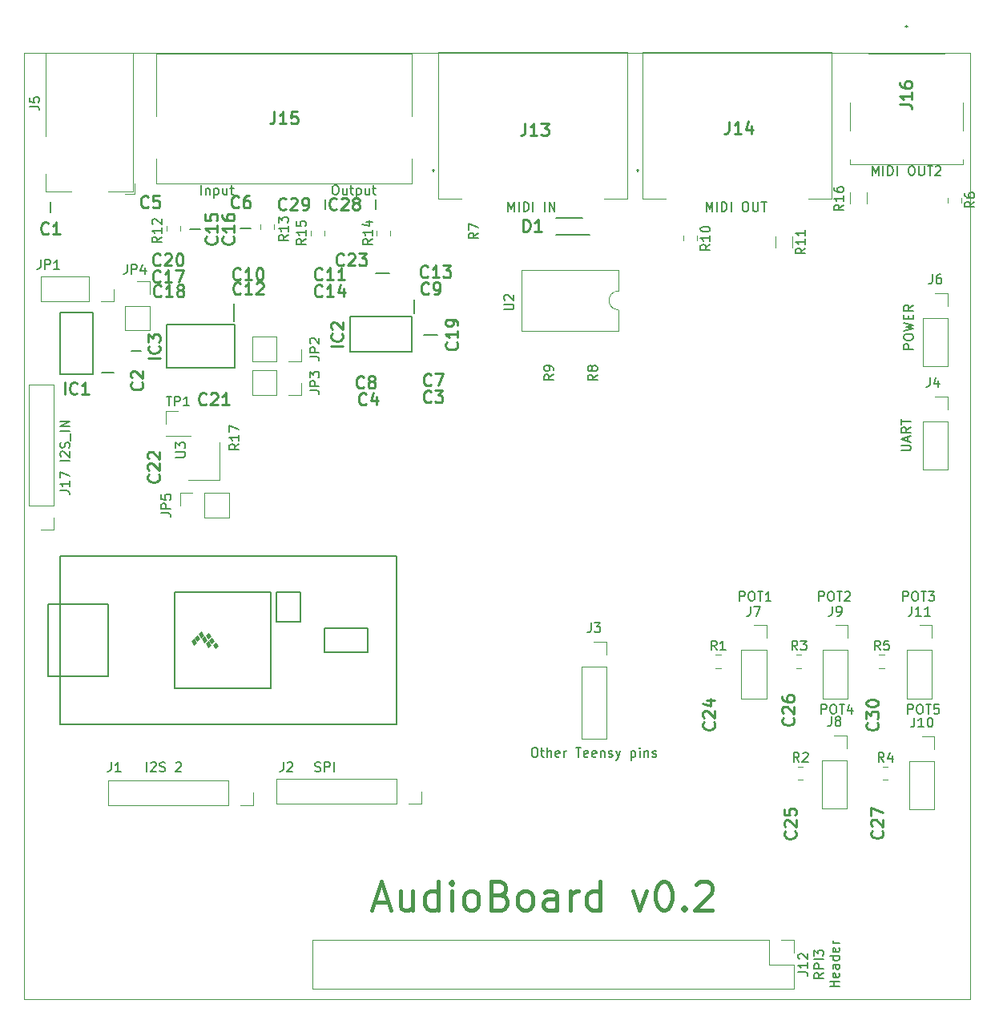
<source format=gbr>
%TF.GenerationSoftware,KiCad,Pcbnew,(5.1.6)-1*%
%TF.CreationDate,2020-12-29T15:10:30+01:00*%
%TF.ProjectId,AudioBoard,41756469-6f42-46f6-9172-642e6b696361,rev?*%
%TF.SameCoordinates,Original*%
%TF.FileFunction,Legend,Top*%
%TF.FilePolarity,Positive*%
%FSLAX46Y46*%
G04 Gerber Fmt 4.6, Leading zero omitted, Abs format (unit mm)*
G04 Created by KiCad (PCBNEW (5.1.6)-1) date 2020-12-29 15:10:30*
%MOMM*%
%LPD*%
G01*
G04 APERTURE LIST*
%ADD10C,0.150000*%
%ADD11C,0.400000*%
%TA.AperFunction,Profile*%
%ADD12C,0.050000*%
%TD*%
%ADD13C,0.100000*%
%ADD14C,0.120000*%
%ADD15C,0.200000*%
%ADD16C,0.254000*%
G04 APERTURE END LIST*
D10*
X139660761Y-62936380D02*
X139660761Y-61936380D01*
X139994095Y-62650666D01*
X140327428Y-61936380D01*
X140327428Y-62936380D01*
X140803619Y-62936380D02*
X140803619Y-61936380D01*
X141279809Y-62936380D02*
X141279809Y-61936380D01*
X141517904Y-61936380D01*
X141660761Y-61984000D01*
X141756000Y-62079238D01*
X141803619Y-62174476D01*
X141851238Y-62364952D01*
X141851238Y-62507809D01*
X141803619Y-62698285D01*
X141756000Y-62793523D01*
X141660761Y-62888761D01*
X141517904Y-62936380D01*
X141279809Y-62936380D01*
X142279809Y-62936380D02*
X142279809Y-61936380D01*
X143708380Y-61936380D02*
X143898857Y-61936380D01*
X143994095Y-61984000D01*
X144089333Y-62079238D01*
X144136952Y-62269714D01*
X144136952Y-62603047D01*
X144089333Y-62793523D01*
X143994095Y-62888761D01*
X143898857Y-62936380D01*
X143708380Y-62936380D01*
X143613142Y-62888761D01*
X143517904Y-62793523D01*
X143470285Y-62603047D01*
X143470285Y-62269714D01*
X143517904Y-62079238D01*
X143613142Y-61984000D01*
X143708380Y-61936380D01*
X144565523Y-61936380D02*
X144565523Y-62745904D01*
X144613142Y-62841142D01*
X144660761Y-62888761D01*
X144756000Y-62936380D01*
X144946476Y-62936380D01*
X145041714Y-62888761D01*
X145089333Y-62841142D01*
X145136952Y-62745904D01*
X145136952Y-61936380D01*
X145470285Y-61936380D02*
X146041714Y-61936380D01*
X145756000Y-62936380D02*
X145756000Y-61936380D01*
X146327428Y-62031619D02*
X146375047Y-61984000D01*
X146470285Y-61936380D01*
X146708380Y-61936380D01*
X146803619Y-61984000D01*
X146851238Y-62031619D01*
X146898857Y-62126857D01*
X146898857Y-62222095D01*
X146851238Y-62364952D01*
X146279809Y-62936380D01*
X146898857Y-62936380D01*
X143962380Y-81303523D02*
X142962380Y-81303523D01*
X142962380Y-80922571D01*
X143010000Y-80827333D01*
X143057619Y-80779714D01*
X143152857Y-80732095D01*
X143295714Y-80732095D01*
X143390952Y-80779714D01*
X143438571Y-80827333D01*
X143486190Y-80922571D01*
X143486190Y-81303523D01*
X142962380Y-80113047D02*
X142962380Y-79922571D01*
X143010000Y-79827333D01*
X143105238Y-79732095D01*
X143295714Y-79684476D01*
X143629047Y-79684476D01*
X143819523Y-79732095D01*
X143914761Y-79827333D01*
X143962380Y-79922571D01*
X143962380Y-80113047D01*
X143914761Y-80208285D01*
X143819523Y-80303523D01*
X143629047Y-80351142D01*
X143295714Y-80351142D01*
X143105238Y-80303523D01*
X143010000Y-80208285D01*
X142962380Y-80113047D01*
X142962380Y-79351142D02*
X143962380Y-79113047D01*
X143248095Y-78922571D01*
X143962380Y-78732095D01*
X142962380Y-78494000D01*
X143438571Y-78113047D02*
X143438571Y-77779714D01*
X143962380Y-77636857D02*
X143962380Y-78113047D01*
X142962380Y-78113047D01*
X142962380Y-77636857D01*
X143962380Y-76636857D02*
X143486190Y-76970190D01*
X143962380Y-77208285D02*
X142962380Y-77208285D01*
X142962380Y-76827333D01*
X143010000Y-76732095D01*
X143057619Y-76684476D01*
X143152857Y-76636857D01*
X143295714Y-76636857D01*
X143390952Y-76684476D01*
X143438571Y-76732095D01*
X143486190Y-76827333D01*
X143486190Y-77208285D01*
X103878857Y-123404380D02*
X104069333Y-123404380D01*
X104164571Y-123452000D01*
X104259809Y-123547238D01*
X104307428Y-123737714D01*
X104307428Y-124071047D01*
X104259809Y-124261523D01*
X104164571Y-124356761D01*
X104069333Y-124404380D01*
X103878857Y-124404380D01*
X103783619Y-124356761D01*
X103688380Y-124261523D01*
X103640761Y-124071047D01*
X103640761Y-123737714D01*
X103688380Y-123547238D01*
X103783619Y-123452000D01*
X103878857Y-123404380D01*
X104593142Y-123737714D02*
X104974095Y-123737714D01*
X104736000Y-123404380D02*
X104736000Y-124261523D01*
X104783619Y-124356761D01*
X104878857Y-124404380D01*
X104974095Y-124404380D01*
X105307428Y-124404380D02*
X105307428Y-123404380D01*
X105736000Y-124404380D02*
X105736000Y-123880571D01*
X105688380Y-123785333D01*
X105593142Y-123737714D01*
X105450285Y-123737714D01*
X105355047Y-123785333D01*
X105307428Y-123832952D01*
X106593142Y-124356761D02*
X106497904Y-124404380D01*
X106307428Y-124404380D01*
X106212190Y-124356761D01*
X106164571Y-124261523D01*
X106164571Y-123880571D01*
X106212190Y-123785333D01*
X106307428Y-123737714D01*
X106497904Y-123737714D01*
X106593142Y-123785333D01*
X106640761Y-123880571D01*
X106640761Y-123975809D01*
X106164571Y-124071047D01*
X107069333Y-124404380D02*
X107069333Y-123737714D01*
X107069333Y-123928190D02*
X107116952Y-123832952D01*
X107164571Y-123785333D01*
X107259809Y-123737714D01*
X107355047Y-123737714D01*
X108307428Y-123404380D02*
X108878857Y-123404380D01*
X108593142Y-124404380D02*
X108593142Y-123404380D01*
X109593142Y-124356761D02*
X109497904Y-124404380D01*
X109307428Y-124404380D01*
X109212190Y-124356761D01*
X109164571Y-124261523D01*
X109164571Y-123880571D01*
X109212190Y-123785333D01*
X109307428Y-123737714D01*
X109497904Y-123737714D01*
X109593142Y-123785333D01*
X109640761Y-123880571D01*
X109640761Y-123975809D01*
X109164571Y-124071047D01*
X110450285Y-124356761D02*
X110355047Y-124404380D01*
X110164571Y-124404380D01*
X110069333Y-124356761D01*
X110021714Y-124261523D01*
X110021714Y-123880571D01*
X110069333Y-123785333D01*
X110164571Y-123737714D01*
X110355047Y-123737714D01*
X110450285Y-123785333D01*
X110497904Y-123880571D01*
X110497904Y-123975809D01*
X110021714Y-124071047D01*
X110926476Y-123737714D02*
X110926476Y-124404380D01*
X110926476Y-123832952D02*
X110974095Y-123785333D01*
X111069333Y-123737714D01*
X111212190Y-123737714D01*
X111307428Y-123785333D01*
X111355047Y-123880571D01*
X111355047Y-124404380D01*
X111783619Y-124356761D02*
X111878857Y-124404380D01*
X112069333Y-124404380D01*
X112164571Y-124356761D01*
X112212190Y-124261523D01*
X112212190Y-124213904D01*
X112164571Y-124118666D01*
X112069333Y-124071047D01*
X111926476Y-124071047D01*
X111831238Y-124023428D01*
X111783619Y-123928190D01*
X111783619Y-123880571D01*
X111831238Y-123785333D01*
X111926476Y-123737714D01*
X112069333Y-123737714D01*
X112164571Y-123785333D01*
X112545523Y-123737714D02*
X112783619Y-124404380D01*
X113021714Y-123737714D02*
X112783619Y-124404380D01*
X112688380Y-124642476D01*
X112640761Y-124690095D01*
X112545523Y-124737714D01*
X114164571Y-123737714D02*
X114164571Y-124737714D01*
X114164571Y-123785333D02*
X114259809Y-123737714D01*
X114450285Y-123737714D01*
X114545523Y-123785333D01*
X114593142Y-123832952D01*
X114640761Y-123928190D01*
X114640761Y-124213904D01*
X114593142Y-124309142D01*
X114545523Y-124356761D01*
X114450285Y-124404380D01*
X114259809Y-124404380D01*
X114164571Y-124356761D01*
X115069333Y-124404380D02*
X115069333Y-123737714D01*
X115069333Y-123404380D02*
X115021714Y-123452000D01*
X115069333Y-123499619D01*
X115116952Y-123452000D01*
X115069333Y-123404380D01*
X115069333Y-123499619D01*
X115545523Y-123737714D02*
X115545523Y-124404380D01*
X115545523Y-123832952D02*
X115593142Y-123785333D01*
X115688380Y-123737714D01*
X115831238Y-123737714D01*
X115926476Y-123785333D01*
X115974095Y-123880571D01*
X115974095Y-124404380D01*
X116402666Y-124356761D02*
X116497904Y-124404380D01*
X116688380Y-124404380D01*
X116783619Y-124356761D01*
X116831238Y-124261523D01*
X116831238Y-124213904D01*
X116783619Y-124118666D01*
X116688380Y-124071047D01*
X116545523Y-124071047D01*
X116450285Y-124023428D01*
X116402666Y-123928190D01*
X116402666Y-123880571D01*
X116450285Y-123785333D01*
X116545523Y-123737714D01*
X116688380Y-123737714D01*
X116783619Y-123785333D01*
X134501380Y-147208761D02*
X134025190Y-147542095D01*
X134501380Y-147780190D02*
X133501380Y-147780190D01*
X133501380Y-147399238D01*
X133549000Y-147304000D01*
X133596619Y-147256380D01*
X133691857Y-147208761D01*
X133834714Y-147208761D01*
X133929952Y-147256380D01*
X133977571Y-147304000D01*
X134025190Y-147399238D01*
X134025190Y-147780190D01*
X134501380Y-146780190D02*
X133501380Y-146780190D01*
X133501380Y-146399238D01*
X133549000Y-146304000D01*
X133596619Y-146256380D01*
X133691857Y-146208761D01*
X133834714Y-146208761D01*
X133929952Y-146256380D01*
X133977571Y-146304000D01*
X134025190Y-146399238D01*
X134025190Y-146780190D01*
X134501380Y-145780190D02*
X133501380Y-145780190D01*
X133501380Y-145399238D02*
X133501380Y-144780190D01*
X133882333Y-145113523D01*
X133882333Y-144970666D01*
X133929952Y-144875428D01*
X133977571Y-144827809D01*
X134072809Y-144780190D01*
X134310904Y-144780190D01*
X134406142Y-144827809D01*
X134453761Y-144875428D01*
X134501380Y-144970666D01*
X134501380Y-145256380D01*
X134453761Y-145351619D01*
X134406142Y-145399238D01*
X136151380Y-148661142D02*
X135151380Y-148661142D01*
X135627571Y-148661142D02*
X135627571Y-148089714D01*
X136151380Y-148089714D02*
X135151380Y-148089714D01*
X136103761Y-147232571D02*
X136151380Y-147327809D01*
X136151380Y-147518285D01*
X136103761Y-147613523D01*
X136008523Y-147661142D01*
X135627571Y-147661142D01*
X135532333Y-147613523D01*
X135484714Y-147518285D01*
X135484714Y-147327809D01*
X135532333Y-147232571D01*
X135627571Y-147184952D01*
X135722809Y-147184952D01*
X135818047Y-147661142D01*
X136151380Y-146327809D02*
X135627571Y-146327809D01*
X135532333Y-146375428D01*
X135484714Y-146470666D01*
X135484714Y-146661142D01*
X135532333Y-146756380D01*
X136103761Y-146327809D02*
X136151380Y-146423047D01*
X136151380Y-146661142D01*
X136103761Y-146756380D01*
X136008523Y-146804000D01*
X135913285Y-146804000D01*
X135818047Y-146756380D01*
X135770428Y-146661142D01*
X135770428Y-146423047D01*
X135722809Y-146327809D01*
X136151380Y-145423047D02*
X135151380Y-145423047D01*
X136103761Y-145423047D02*
X136151380Y-145518285D01*
X136151380Y-145708761D01*
X136103761Y-145804000D01*
X136056142Y-145851619D01*
X135960904Y-145899238D01*
X135675190Y-145899238D01*
X135579952Y-145851619D01*
X135532333Y-145804000D01*
X135484714Y-145708761D01*
X135484714Y-145518285D01*
X135532333Y-145423047D01*
X136103761Y-144565904D02*
X136151380Y-144661142D01*
X136151380Y-144851619D01*
X136103761Y-144946857D01*
X136008523Y-144994476D01*
X135627571Y-144994476D01*
X135532333Y-144946857D01*
X135484714Y-144851619D01*
X135484714Y-144661142D01*
X135532333Y-144565904D01*
X135627571Y-144518285D01*
X135722809Y-144518285D01*
X135818047Y-144994476D01*
X136151380Y-144089714D02*
X135484714Y-144089714D01*
X135675190Y-144089714D02*
X135579952Y-144042095D01*
X135532333Y-143994476D01*
X135484714Y-143899238D01*
X135484714Y-143804000D01*
X143391142Y-119832380D02*
X143391142Y-118832380D01*
X143772095Y-118832380D01*
X143867333Y-118880000D01*
X143914952Y-118927619D01*
X143962571Y-119022857D01*
X143962571Y-119165714D01*
X143914952Y-119260952D01*
X143867333Y-119308571D01*
X143772095Y-119356190D01*
X143391142Y-119356190D01*
X144581619Y-118832380D02*
X144772095Y-118832380D01*
X144867333Y-118880000D01*
X144962571Y-118975238D01*
X145010190Y-119165714D01*
X145010190Y-119499047D01*
X144962571Y-119689523D01*
X144867333Y-119784761D01*
X144772095Y-119832380D01*
X144581619Y-119832380D01*
X144486380Y-119784761D01*
X144391142Y-119689523D01*
X144343523Y-119499047D01*
X144343523Y-119165714D01*
X144391142Y-118975238D01*
X144486380Y-118880000D01*
X144581619Y-118832380D01*
X145295904Y-118832380D02*
X145867333Y-118832380D01*
X145581619Y-119832380D02*
X145581619Y-118832380D01*
X146676857Y-118832380D02*
X146200666Y-118832380D01*
X146153047Y-119308571D01*
X146200666Y-119260952D01*
X146295904Y-119213333D01*
X146534000Y-119213333D01*
X146629238Y-119260952D01*
X146676857Y-119308571D01*
X146724476Y-119403809D01*
X146724476Y-119641904D01*
X146676857Y-119737142D01*
X146629238Y-119784761D01*
X146534000Y-119832380D01*
X146295904Y-119832380D01*
X146200666Y-119784761D01*
X146153047Y-119737142D01*
X134247142Y-119832380D02*
X134247142Y-118832380D01*
X134628095Y-118832380D01*
X134723333Y-118880000D01*
X134770952Y-118927619D01*
X134818571Y-119022857D01*
X134818571Y-119165714D01*
X134770952Y-119260952D01*
X134723333Y-119308571D01*
X134628095Y-119356190D01*
X134247142Y-119356190D01*
X135437619Y-118832380D02*
X135628095Y-118832380D01*
X135723333Y-118880000D01*
X135818571Y-118975238D01*
X135866190Y-119165714D01*
X135866190Y-119499047D01*
X135818571Y-119689523D01*
X135723333Y-119784761D01*
X135628095Y-119832380D01*
X135437619Y-119832380D01*
X135342380Y-119784761D01*
X135247142Y-119689523D01*
X135199523Y-119499047D01*
X135199523Y-119165714D01*
X135247142Y-118975238D01*
X135342380Y-118880000D01*
X135437619Y-118832380D01*
X136151904Y-118832380D02*
X136723333Y-118832380D01*
X136437619Y-119832380D02*
X136437619Y-118832380D01*
X137485238Y-119165714D02*
X137485238Y-119832380D01*
X137247142Y-118784761D02*
X137009047Y-119499047D01*
X137628095Y-119499047D01*
X142883142Y-107894380D02*
X142883142Y-106894380D01*
X143264095Y-106894380D01*
X143359333Y-106942000D01*
X143406952Y-106989619D01*
X143454571Y-107084857D01*
X143454571Y-107227714D01*
X143406952Y-107322952D01*
X143359333Y-107370571D01*
X143264095Y-107418190D01*
X142883142Y-107418190D01*
X144073619Y-106894380D02*
X144264095Y-106894380D01*
X144359333Y-106942000D01*
X144454571Y-107037238D01*
X144502190Y-107227714D01*
X144502190Y-107561047D01*
X144454571Y-107751523D01*
X144359333Y-107846761D01*
X144264095Y-107894380D01*
X144073619Y-107894380D01*
X143978380Y-107846761D01*
X143883142Y-107751523D01*
X143835523Y-107561047D01*
X143835523Y-107227714D01*
X143883142Y-107037238D01*
X143978380Y-106942000D01*
X144073619Y-106894380D01*
X144787904Y-106894380D02*
X145359333Y-106894380D01*
X145073619Y-107894380D02*
X145073619Y-106894380D01*
X145597428Y-106894380D02*
X146216476Y-106894380D01*
X145883142Y-107275333D01*
X146026000Y-107275333D01*
X146121238Y-107322952D01*
X146168857Y-107370571D01*
X146216476Y-107465809D01*
X146216476Y-107703904D01*
X146168857Y-107799142D01*
X146121238Y-107846761D01*
X146026000Y-107894380D01*
X145740285Y-107894380D01*
X145645047Y-107846761D01*
X145597428Y-107799142D01*
X133993142Y-107894380D02*
X133993142Y-106894380D01*
X134374095Y-106894380D01*
X134469333Y-106942000D01*
X134516952Y-106989619D01*
X134564571Y-107084857D01*
X134564571Y-107227714D01*
X134516952Y-107322952D01*
X134469333Y-107370571D01*
X134374095Y-107418190D01*
X133993142Y-107418190D01*
X135183619Y-106894380D02*
X135374095Y-106894380D01*
X135469333Y-106942000D01*
X135564571Y-107037238D01*
X135612190Y-107227714D01*
X135612190Y-107561047D01*
X135564571Y-107751523D01*
X135469333Y-107846761D01*
X135374095Y-107894380D01*
X135183619Y-107894380D01*
X135088380Y-107846761D01*
X134993142Y-107751523D01*
X134945523Y-107561047D01*
X134945523Y-107227714D01*
X134993142Y-107037238D01*
X135088380Y-106942000D01*
X135183619Y-106894380D01*
X135897904Y-106894380D02*
X136469333Y-106894380D01*
X136183619Y-107894380D02*
X136183619Y-106894380D01*
X136755047Y-106989619D02*
X136802666Y-106942000D01*
X136897904Y-106894380D01*
X137136000Y-106894380D01*
X137231238Y-106942000D01*
X137278857Y-106989619D01*
X137326476Y-107084857D01*
X137326476Y-107180095D01*
X137278857Y-107322952D01*
X136707428Y-107894380D01*
X137326476Y-107894380D01*
X125611142Y-107894380D02*
X125611142Y-106894380D01*
X125992095Y-106894380D01*
X126087333Y-106942000D01*
X126134952Y-106989619D01*
X126182571Y-107084857D01*
X126182571Y-107227714D01*
X126134952Y-107322952D01*
X126087333Y-107370571D01*
X125992095Y-107418190D01*
X125611142Y-107418190D01*
X126801619Y-106894380D02*
X126992095Y-106894380D01*
X127087333Y-106942000D01*
X127182571Y-107037238D01*
X127230190Y-107227714D01*
X127230190Y-107561047D01*
X127182571Y-107751523D01*
X127087333Y-107846761D01*
X126992095Y-107894380D01*
X126801619Y-107894380D01*
X126706380Y-107846761D01*
X126611142Y-107751523D01*
X126563523Y-107561047D01*
X126563523Y-107227714D01*
X126611142Y-107037238D01*
X126706380Y-106942000D01*
X126801619Y-106894380D01*
X127515904Y-106894380D02*
X128087333Y-106894380D01*
X127801619Y-107894380D02*
X127801619Y-106894380D01*
X128944476Y-107894380D02*
X128373047Y-107894380D01*
X128658761Y-107894380D02*
X128658761Y-106894380D01*
X128563523Y-107037238D01*
X128468285Y-107132476D01*
X128373047Y-107180095D01*
D11*
X87044857Y-139692000D02*
X88473428Y-139692000D01*
X86759142Y-140549142D02*
X87759142Y-137549142D01*
X88759142Y-140549142D01*
X91044857Y-138549142D02*
X91044857Y-140549142D01*
X89759142Y-138549142D02*
X89759142Y-140120571D01*
X89902000Y-140406285D01*
X90187714Y-140549142D01*
X90616285Y-140549142D01*
X90902000Y-140406285D01*
X91044857Y-140263428D01*
X93759142Y-140549142D02*
X93759142Y-137549142D01*
X93759142Y-140406285D02*
X93473428Y-140549142D01*
X92902000Y-140549142D01*
X92616285Y-140406285D01*
X92473428Y-140263428D01*
X92330571Y-139977714D01*
X92330571Y-139120571D01*
X92473428Y-138834857D01*
X92616285Y-138692000D01*
X92902000Y-138549142D01*
X93473428Y-138549142D01*
X93759142Y-138692000D01*
X95187714Y-140549142D02*
X95187714Y-138549142D01*
X95187714Y-137549142D02*
X95044857Y-137692000D01*
X95187714Y-137834857D01*
X95330571Y-137692000D01*
X95187714Y-137549142D01*
X95187714Y-137834857D01*
X97044857Y-140549142D02*
X96759142Y-140406285D01*
X96616285Y-140263428D01*
X96473428Y-139977714D01*
X96473428Y-139120571D01*
X96616285Y-138834857D01*
X96759142Y-138692000D01*
X97044857Y-138549142D01*
X97473428Y-138549142D01*
X97759142Y-138692000D01*
X97902000Y-138834857D01*
X98044857Y-139120571D01*
X98044857Y-139977714D01*
X97902000Y-140263428D01*
X97759142Y-140406285D01*
X97473428Y-140549142D01*
X97044857Y-140549142D01*
X100330571Y-138977714D02*
X100759142Y-139120571D01*
X100902000Y-139263428D01*
X101044857Y-139549142D01*
X101044857Y-139977714D01*
X100902000Y-140263428D01*
X100759142Y-140406285D01*
X100473428Y-140549142D01*
X99330571Y-140549142D01*
X99330571Y-137549142D01*
X100330571Y-137549142D01*
X100616285Y-137692000D01*
X100759142Y-137834857D01*
X100902000Y-138120571D01*
X100902000Y-138406285D01*
X100759142Y-138692000D01*
X100616285Y-138834857D01*
X100330571Y-138977714D01*
X99330571Y-138977714D01*
X102759142Y-140549142D02*
X102473428Y-140406285D01*
X102330571Y-140263428D01*
X102187714Y-139977714D01*
X102187714Y-139120571D01*
X102330571Y-138834857D01*
X102473428Y-138692000D01*
X102759142Y-138549142D01*
X103187714Y-138549142D01*
X103473428Y-138692000D01*
X103616285Y-138834857D01*
X103759142Y-139120571D01*
X103759142Y-139977714D01*
X103616285Y-140263428D01*
X103473428Y-140406285D01*
X103187714Y-140549142D01*
X102759142Y-140549142D01*
X106330571Y-140549142D02*
X106330571Y-138977714D01*
X106187714Y-138692000D01*
X105902000Y-138549142D01*
X105330571Y-138549142D01*
X105044857Y-138692000D01*
X106330571Y-140406285D02*
X106044857Y-140549142D01*
X105330571Y-140549142D01*
X105044857Y-140406285D01*
X104902000Y-140120571D01*
X104902000Y-139834857D01*
X105044857Y-139549142D01*
X105330571Y-139406285D01*
X106044857Y-139406285D01*
X106330571Y-139263428D01*
X107759142Y-140549142D02*
X107759142Y-138549142D01*
X107759142Y-139120571D02*
X107902000Y-138834857D01*
X108044857Y-138692000D01*
X108330571Y-138549142D01*
X108616285Y-138549142D01*
X110902000Y-140549142D02*
X110902000Y-137549142D01*
X110902000Y-140406285D02*
X110616285Y-140549142D01*
X110044857Y-140549142D01*
X109759142Y-140406285D01*
X109616285Y-140263428D01*
X109473428Y-139977714D01*
X109473428Y-139120571D01*
X109616285Y-138834857D01*
X109759142Y-138692000D01*
X110044857Y-138549142D01*
X110616285Y-138549142D01*
X110902000Y-138692000D01*
X114330571Y-138549142D02*
X115044857Y-140549142D01*
X115759142Y-138549142D01*
X117473428Y-137549142D02*
X117759142Y-137549142D01*
X118044857Y-137692000D01*
X118187714Y-137834857D01*
X118330571Y-138120571D01*
X118473428Y-138692000D01*
X118473428Y-139406285D01*
X118330571Y-139977714D01*
X118187714Y-140263428D01*
X118044857Y-140406285D01*
X117759142Y-140549142D01*
X117473428Y-140549142D01*
X117187714Y-140406285D01*
X117044857Y-140263428D01*
X116901999Y-139977714D01*
X116759142Y-139406285D01*
X116759142Y-138692000D01*
X116901999Y-138120571D01*
X117044857Y-137834857D01*
X117187714Y-137692000D01*
X117473428Y-137549142D01*
X119759142Y-140263428D02*
X119902000Y-140406285D01*
X119759142Y-140549142D01*
X119616285Y-140406285D01*
X119759142Y-140263428D01*
X119759142Y-140549142D01*
X121044857Y-137834857D02*
X121187714Y-137692000D01*
X121473428Y-137549142D01*
X122187714Y-137549142D01*
X122473428Y-137692000D01*
X122616285Y-137834857D01*
X122759142Y-138120571D01*
X122759142Y-138406285D01*
X122616285Y-138834857D01*
X120901999Y-140549142D01*
X122759142Y-140549142D01*
D10*
X82812190Y-63968380D02*
X83002666Y-63968380D01*
X83097904Y-64016000D01*
X83193142Y-64111238D01*
X83240761Y-64301714D01*
X83240761Y-64635047D01*
X83193142Y-64825523D01*
X83097904Y-64920761D01*
X83002666Y-64968380D01*
X82812190Y-64968380D01*
X82716952Y-64920761D01*
X82621714Y-64825523D01*
X82574095Y-64635047D01*
X82574095Y-64301714D01*
X82621714Y-64111238D01*
X82716952Y-64016000D01*
X82812190Y-63968380D01*
X84097904Y-64301714D02*
X84097904Y-64968380D01*
X83669333Y-64301714D02*
X83669333Y-64825523D01*
X83716952Y-64920761D01*
X83812190Y-64968380D01*
X83955047Y-64968380D01*
X84050285Y-64920761D01*
X84097904Y-64873142D01*
X84431238Y-64301714D02*
X84812190Y-64301714D01*
X84574095Y-63968380D02*
X84574095Y-64825523D01*
X84621714Y-64920761D01*
X84716952Y-64968380D01*
X84812190Y-64968380D01*
X85145523Y-64301714D02*
X85145523Y-65301714D01*
X85145523Y-64349333D02*
X85240761Y-64301714D01*
X85431238Y-64301714D01*
X85526476Y-64349333D01*
X85574095Y-64396952D01*
X85621714Y-64492190D01*
X85621714Y-64777904D01*
X85574095Y-64873142D01*
X85526476Y-64920761D01*
X85431238Y-64968380D01*
X85240761Y-64968380D01*
X85145523Y-64920761D01*
X86478857Y-64301714D02*
X86478857Y-64968380D01*
X86050285Y-64301714D02*
X86050285Y-64825523D01*
X86097904Y-64920761D01*
X86193142Y-64968380D01*
X86336000Y-64968380D01*
X86431238Y-64920761D01*
X86478857Y-64873142D01*
X86812190Y-64301714D02*
X87193142Y-64301714D01*
X86955047Y-63968380D02*
X86955047Y-64825523D01*
X87002666Y-64920761D01*
X87097904Y-64968380D01*
X87193142Y-64968380D01*
X68715142Y-64968380D02*
X68715142Y-63968380D01*
X69191333Y-64301714D02*
X69191333Y-64968380D01*
X69191333Y-64396952D02*
X69238952Y-64349333D01*
X69334190Y-64301714D01*
X69477047Y-64301714D01*
X69572285Y-64349333D01*
X69619904Y-64444571D01*
X69619904Y-64968380D01*
X70096095Y-64301714D02*
X70096095Y-65301714D01*
X70096095Y-64349333D02*
X70191333Y-64301714D01*
X70381809Y-64301714D01*
X70477047Y-64349333D01*
X70524666Y-64396952D01*
X70572285Y-64492190D01*
X70572285Y-64777904D01*
X70524666Y-64873142D01*
X70477047Y-64920761D01*
X70381809Y-64968380D01*
X70191333Y-64968380D01*
X70096095Y-64920761D01*
X71429428Y-64301714D02*
X71429428Y-64968380D01*
X71000857Y-64301714D02*
X71000857Y-64825523D01*
X71048476Y-64920761D01*
X71143714Y-64968380D01*
X71286571Y-64968380D01*
X71381809Y-64920761D01*
X71429428Y-64873142D01*
X71762761Y-64301714D02*
X72143714Y-64301714D01*
X71905619Y-63968380D02*
X71905619Y-64825523D01*
X71953238Y-64920761D01*
X72048476Y-64968380D01*
X72143714Y-64968380D01*
X122102952Y-66746380D02*
X122102952Y-65746380D01*
X122436285Y-66460666D01*
X122769619Y-65746380D01*
X122769619Y-66746380D01*
X123245809Y-66746380D02*
X123245809Y-65746380D01*
X123722000Y-66746380D02*
X123722000Y-65746380D01*
X123960095Y-65746380D01*
X124102952Y-65794000D01*
X124198190Y-65889238D01*
X124245809Y-65984476D01*
X124293428Y-66174952D01*
X124293428Y-66317809D01*
X124245809Y-66508285D01*
X124198190Y-66603523D01*
X124102952Y-66698761D01*
X123960095Y-66746380D01*
X123722000Y-66746380D01*
X124722000Y-66746380D02*
X124722000Y-65746380D01*
X126150571Y-65746380D02*
X126341047Y-65746380D01*
X126436285Y-65794000D01*
X126531523Y-65889238D01*
X126579142Y-66079714D01*
X126579142Y-66413047D01*
X126531523Y-66603523D01*
X126436285Y-66698761D01*
X126341047Y-66746380D01*
X126150571Y-66746380D01*
X126055333Y-66698761D01*
X125960095Y-66603523D01*
X125912476Y-66413047D01*
X125912476Y-66079714D01*
X125960095Y-65889238D01*
X126055333Y-65794000D01*
X126150571Y-65746380D01*
X127007714Y-65746380D02*
X127007714Y-66555904D01*
X127055333Y-66651142D01*
X127102952Y-66698761D01*
X127198190Y-66746380D01*
X127388666Y-66746380D01*
X127483904Y-66698761D01*
X127531523Y-66651142D01*
X127579142Y-66555904D01*
X127579142Y-65746380D01*
X127912476Y-65746380D02*
X128483904Y-65746380D01*
X128198190Y-66746380D02*
X128198190Y-65746380D01*
X101179619Y-66746380D02*
X101179619Y-65746380D01*
X101512952Y-66460666D01*
X101846285Y-65746380D01*
X101846285Y-66746380D01*
X102322476Y-66746380D02*
X102322476Y-65746380D01*
X102798666Y-66746380D02*
X102798666Y-65746380D01*
X103036761Y-65746380D01*
X103179619Y-65794000D01*
X103274857Y-65889238D01*
X103322476Y-65984476D01*
X103370095Y-66174952D01*
X103370095Y-66317809D01*
X103322476Y-66508285D01*
X103274857Y-66603523D01*
X103179619Y-66698761D01*
X103036761Y-66746380D01*
X102798666Y-66746380D01*
X103798666Y-66746380D02*
X103798666Y-65746380D01*
X105036761Y-66746380D02*
X105036761Y-65746380D01*
X105512952Y-66746380D02*
X105512952Y-65746380D01*
X106084380Y-66746380D01*
X106084380Y-65746380D01*
X142708380Y-92019238D02*
X143517904Y-92019238D01*
X143613142Y-91971619D01*
X143660761Y-91924000D01*
X143708380Y-91828761D01*
X143708380Y-91638285D01*
X143660761Y-91543047D01*
X143613142Y-91495428D01*
X143517904Y-91447809D01*
X142708380Y-91447809D01*
X143422666Y-91019238D02*
X143422666Y-90543047D01*
X143708380Y-91114476D02*
X142708380Y-90781142D01*
X143708380Y-90447809D01*
X143708380Y-89543047D02*
X143232190Y-89876380D01*
X143708380Y-90114476D02*
X142708380Y-90114476D01*
X142708380Y-89733523D01*
X142756000Y-89638285D01*
X142803619Y-89590666D01*
X142898857Y-89543047D01*
X143041714Y-89543047D01*
X143136952Y-89590666D01*
X143184571Y-89638285D01*
X143232190Y-89733523D01*
X143232190Y-90114476D01*
X142708380Y-89257333D02*
X142708380Y-88685904D01*
X143708380Y-88971619D02*
X142708380Y-88971619D01*
X80764190Y-125880761D02*
X80907047Y-125928380D01*
X81145142Y-125928380D01*
X81240380Y-125880761D01*
X81288000Y-125833142D01*
X81335619Y-125737904D01*
X81335619Y-125642666D01*
X81288000Y-125547428D01*
X81240380Y-125499809D01*
X81145142Y-125452190D01*
X80954666Y-125404571D01*
X80859428Y-125356952D01*
X80811809Y-125309333D01*
X80764190Y-125214095D01*
X80764190Y-125118857D01*
X80811809Y-125023619D01*
X80859428Y-124976000D01*
X80954666Y-124928380D01*
X81192761Y-124928380D01*
X81335619Y-124976000D01*
X81764190Y-125928380D02*
X81764190Y-124928380D01*
X82145142Y-124928380D01*
X82240380Y-124976000D01*
X82288000Y-125023619D01*
X82335619Y-125118857D01*
X82335619Y-125261714D01*
X82288000Y-125356952D01*
X82240380Y-125404571D01*
X82145142Y-125452190D01*
X81764190Y-125452190D01*
X82764190Y-125928380D02*
X82764190Y-124928380D01*
X62960476Y-125928380D02*
X62960476Y-124928380D01*
X63389047Y-125023619D02*
X63436666Y-124976000D01*
X63531904Y-124928380D01*
X63770000Y-124928380D01*
X63865238Y-124976000D01*
X63912857Y-125023619D01*
X63960476Y-125118857D01*
X63960476Y-125214095D01*
X63912857Y-125356952D01*
X63341428Y-125928380D01*
X63960476Y-125928380D01*
X64341428Y-125880761D02*
X64484285Y-125928380D01*
X64722380Y-125928380D01*
X64817619Y-125880761D01*
X64865238Y-125833142D01*
X64912857Y-125737904D01*
X64912857Y-125642666D01*
X64865238Y-125547428D01*
X64817619Y-125499809D01*
X64722380Y-125452190D01*
X64531904Y-125404571D01*
X64436666Y-125356952D01*
X64389047Y-125309333D01*
X64341428Y-125214095D01*
X64341428Y-125118857D01*
X64389047Y-125023619D01*
X64436666Y-124976000D01*
X64531904Y-124928380D01*
X64770000Y-124928380D01*
X64912857Y-124976000D01*
X66055714Y-125023619D02*
X66103333Y-124976000D01*
X66198571Y-124928380D01*
X66436666Y-124928380D01*
X66531904Y-124976000D01*
X66579523Y-125023619D01*
X66627142Y-125118857D01*
X66627142Y-125214095D01*
X66579523Y-125356952D01*
X66008095Y-125928380D01*
X66627142Y-125928380D01*
D12*
X50000000Y-150000000D02*
X50000000Y-50000000D01*
X50000000Y-50000000D02*
X150000000Y-50000000D01*
X150000000Y-150000000D02*
X50000000Y-150000000D01*
X150000000Y-50000000D02*
X150000000Y-150000000D01*
D10*
%TO.C,U1*%
X53848000Y-115824000D02*
X52578000Y-115824000D01*
X52578000Y-115824000D02*
X52578000Y-108204000D01*
X52578000Y-108204000D02*
X53848000Y-108204000D01*
X58928000Y-115824000D02*
X58928000Y-108204000D01*
X58928000Y-108204000D02*
X53848000Y-108204000D01*
X58928000Y-115824000D02*
X53848000Y-115824000D01*
X86360000Y-110744000D02*
X86360000Y-113284000D01*
X86360000Y-113284000D02*
X81788000Y-113284000D01*
X81788000Y-113284000D02*
X81788000Y-110744000D01*
X81788000Y-110744000D02*
X86360000Y-110744000D01*
X76073000Y-117094000D02*
X76073000Y-106934000D01*
X65913000Y-106934000D02*
X65913000Y-117094000D01*
X76073000Y-106934000D02*
X65913000Y-106934000D01*
X76073000Y-117094000D02*
X65913000Y-117094000D01*
X53848000Y-103124000D02*
X89408000Y-103124000D01*
X89408000Y-103124000D02*
X89408000Y-120904000D01*
X89408000Y-120904000D02*
X53848000Y-120904000D01*
X53848000Y-120904000D02*
X53848000Y-103124000D01*
X76708000Y-106934000D02*
X79248000Y-106934000D01*
X79248000Y-106934000D02*
X79248000Y-110109000D01*
X79248000Y-110109000D02*
X76708000Y-110109000D01*
X76708000Y-110109000D02*
X76708000Y-106934000D01*
D13*
G36*
X68453000Y-111379000D02*
G01*
X68707000Y-111125000D01*
X68961000Y-111506000D01*
X68707000Y-111760000D01*
X68453000Y-111379000D01*
G37*
X68453000Y-111379000D02*
X68707000Y-111125000D01*
X68961000Y-111506000D01*
X68707000Y-111760000D01*
X68453000Y-111379000D01*
G36*
X68834000Y-111887000D02*
G01*
X69088000Y-111633000D01*
X69342000Y-112014000D01*
X69088000Y-112268000D01*
X68834000Y-111887000D01*
G37*
X68834000Y-111887000D02*
X69088000Y-111633000D01*
X69342000Y-112014000D01*
X69088000Y-112268000D01*
X68834000Y-111887000D01*
G36*
X69215000Y-112395000D02*
G01*
X69469000Y-112141000D01*
X69723000Y-112522000D01*
X69469000Y-112776000D01*
X69215000Y-112395000D01*
G37*
X69215000Y-112395000D02*
X69469000Y-112141000D01*
X69723000Y-112522000D01*
X69469000Y-112776000D01*
X69215000Y-112395000D01*
G36*
X69215000Y-111506000D02*
G01*
X69469000Y-111252000D01*
X69723000Y-111633000D01*
X69469000Y-111887000D01*
X69215000Y-111506000D01*
G37*
X69215000Y-111506000D02*
X69469000Y-111252000D01*
X69723000Y-111633000D01*
X69469000Y-111887000D01*
X69215000Y-111506000D01*
G36*
X69596000Y-112014000D02*
G01*
X69850000Y-111760000D01*
X70104000Y-112141000D01*
X69850000Y-112395000D01*
X69596000Y-112014000D01*
G37*
X69596000Y-112014000D02*
X69850000Y-111760000D01*
X70104000Y-112141000D01*
X69850000Y-112395000D01*
X69596000Y-112014000D01*
G36*
X69977000Y-112522000D02*
G01*
X70231000Y-112268000D01*
X70485000Y-112649000D01*
X70231000Y-112903000D01*
X69977000Y-112522000D01*
G37*
X69977000Y-112522000D02*
X70231000Y-112268000D01*
X70485000Y-112649000D01*
X70231000Y-112903000D01*
X69977000Y-112522000D01*
G36*
X68072000Y-111760000D02*
G01*
X68326000Y-111506000D01*
X68580000Y-111887000D01*
X68326000Y-112141000D01*
X68072000Y-111760000D01*
G37*
X68072000Y-111760000D02*
X68326000Y-111506000D01*
X68580000Y-111887000D01*
X68326000Y-112141000D01*
X68072000Y-111760000D01*
G36*
X67691000Y-112141000D02*
G01*
X67945000Y-111887000D01*
X68199000Y-112268000D01*
X67945000Y-112522000D01*
X67691000Y-112141000D01*
G37*
X67691000Y-112141000D02*
X67945000Y-111887000D01*
X68199000Y-112268000D01*
X67945000Y-112522000D01*
X67691000Y-112141000D01*
D14*
%TO.C,JP1*%
X56896000Y-73600000D02*
X56896000Y-76260000D01*
X56896000Y-73600000D02*
X51756000Y-73600000D01*
X51756000Y-73600000D02*
X51756000Y-76260000D01*
X56896000Y-76260000D02*
X51756000Y-76260000D01*
X59496000Y-76260000D02*
X58166000Y-76260000D01*
X59496000Y-74930000D02*
X59496000Y-76260000D01*
%TO.C,J5*%
X61496000Y-64654000D02*
X58896000Y-64654000D01*
X61496000Y-49954000D02*
X61496000Y-64654000D01*
X52296000Y-64654000D02*
X52296000Y-62754000D01*
X54996000Y-64654000D02*
X52296000Y-64654000D01*
X52296000Y-49954000D02*
X61496000Y-49954000D01*
X52296000Y-58754000D02*
X52296000Y-49954000D01*
X61696000Y-63804000D02*
X61696000Y-64854000D01*
X60646000Y-64854000D02*
X61696000Y-64854000D01*
%TO.C,R15*%
X80290000Y-69258578D02*
X80290000Y-68741422D01*
X81710000Y-69258578D02*
X81710000Y-68741422D01*
%TO.C,R14*%
X87290000Y-69258578D02*
X87290000Y-68741422D01*
X88710000Y-69258578D02*
X88710000Y-68741422D01*
%TO.C,R13*%
X76402000Y-68067422D02*
X76402000Y-68584578D01*
X74982000Y-68067422D02*
X74982000Y-68584578D01*
%TO.C,R12*%
X66472000Y-68270622D02*
X66472000Y-68787778D01*
X65052000Y-68270622D02*
X65052000Y-68787778D01*
%TO.C,R5*%
X140378922Y-113590000D02*
X140896078Y-113590000D01*
X140378922Y-115010000D02*
X140896078Y-115010000D01*
%TO.C,R4*%
X140789922Y-125397200D02*
X141307078Y-125397200D01*
X140789922Y-126817200D02*
X141307078Y-126817200D01*
%TO.C,R3*%
X131645922Y-113590000D02*
X132163078Y-113590000D01*
X131645922Y-115010000D02*
X132163078Y-115010000D01*
%TO.C,R2*%
X131821422Y-125397200D02*
X132338578Y-125397200D01*
X131821422Y-126817200D02*
X132338578Y-126817200D01*
%TO.C,R1*%
X123106922Y-113590000D02*
X123624078Y-113590000D01*
X123106922Y-115010000D02*
X123624078Y-115010000D01*
D13*
%TO.C,J15*%
X90970000Y-56671000D02*
X90970000Y-50046000D01*
X90970000Y-50046000D02*
X63970000Y-50046000D01*
X63970000Y-50046000D02*
X63970000Y-56671000D01*
X90970000Y-61171000D02*
X90970000Y-63746000D01*
X90970000Y-63746000D02*
X63970000Y-63746000D01*
X63970000Y-63746000D02*
X63970000Y-61171000D01*
D14*
%TO.C,U2*%
X112836000Y-79374000D02*
X112836000Y-77139000D01*
X102556000Y-79374000D02*
X112836000Y-79374000D01*
X102556000Y-72904000D02*
X102556000Y-79374000D01*
X112836000Y-72904000D02*
X102556000Y-72904000D01*
X112836000Y-75139000D02*
X112836000Y-72904000D01*
X112836000Y-77139000D02*
G75*
G02*
X112836000Y-75139000I0J1000000D01*
G01*
%TO.C,JP4*%
X61976000Y-74108000D02*
X63306000Y-74108000D01*
X63306000Y-74108000D02*
X63306000Y-75438000D01*
X63306000Y-76708000D02*
X63306000Y-79308000D01*
X60646000Y-79308000D02*
X63306000Y-79308000D01*
X60646000Y-76708000D02*
X60646000Y-79308000D01*
X60646000Y-76708000D02*
X63306000Y-76708000D01*
%TO.C,JP3*%
X79308000Y-84836000D02*
X79308000Y-86166000D01*
X79308000Y-86166000D02*
X77978000Y-86166000D01*
X76708000Y-86166000D02*
X74108000Y-86166000D01*
X74108000Y-83506000D02*
X74108000Y-86166000D01*
X76708000Y-83506000D02*
X74108000Y-83506000D01*
X76708000Y-83506000D02*
X76708000Y-86166000D01*
%TO.C,JP2*%
X79308000Y-81280000D02*
X79308000Y-82610000D01*
X79308000Y-82610000D02*
X77978000Y-82610000D01*
X76708000Y-82610000D02*
X74108000Y-82610000D01*
X74108000Y-79950000D02*
X74108000Y-82610000D01*
X76708000Y-79950000D02*
X74108000Y-79950000D01*
X76708000Y-79950000D02*
X76708000Y-82610000D01*
D15*
%TO.C,J14*%
X114856000Y-62514000D02*
X114856000Y-62514000D01*
X114856000Y-62314000D02*
X114856000Y-62314000D01*
D13*
X115361000Y-65414000D02*
X117861000Y-65414000D01*
X115361000Y-49914000D02*
X115361000Y-65414000D01*
X135361000Y-49914000D02*
X115361000Y-49914000D01*
X135361000Y-65414000D02*
X135361000Y-49914000D01*
X132866000Y-65414000D02*
X135361000Y-65414000D01*
D15*
X114856000Y-62314000D02*
G75*
G03*
X114856000Y-62514000I0J-100000D01*
G01*
X114856000Y-62514000D02*
G75*
G03*
X114856000Y-62314000I0J100000D01*
G01*
%TO.C,J13*%
X93266000Y-62514000D02*
X93266000Y-62514000D01*
X93266000Y-62314000D02*
X93266000Y-62314000D01*
D13*
X93771000Y-65414000D02*
X96271000Y-65414000D01*
X93771000Y-49914000D02*
X93771000Y-65414000D01*
X113771000Y-49914000D02*
X93771000Y-49914000D01*
X113771000Y-65414000D02*
X113771000Y-49914000D01*
X111276000Y-65414000D02*
X113771000Y-65414000D01*
D15*
X93266000Y-62314000D02*
G75*
G03*
X93266000Y-62514000I0J-100000D01*
G01*
X93266000Y-62514000D02*
G75*
G03*
X93266000Y-62314000I0J100000D01*
G01*
D14*
%TO.C,J11*%
X144624000Y-110462000D02*
X145954000Y-110462000D01*
X145954000Y-110462000D02*
X145954000Y-111792000D01*
X145954000Y-113062000D02*
X145954000Y-118202000D01*
X143294000Y-118202000D02*
X145954000Y-118202000D01*
X143294000Y-113062000D02*
X143294000Y-118202000D01*
X143294000Y-113062000D02*
X145954000Y-113062000D01*
%TO.C,J10*%
X144892000Y-122212000D02*
X146222000Y-122212000D01*
X146222000Y-122212000D02*
X146222000Y-123542000D01*
X146222000Y-124812000D02*
X146222000Y-129952000D01*
X143562000Y-129952000D02*
X146222000Y-129952000D01*
X143562000Y-124812000D02*
X143562000Y-129952000D01*
X143562000Y-124812000D02*
X146222000Y-124812000D01*
%TO.C,J9*%
X135748000Y-110462000D02*
X137078000Y-110462000D01*
X137078000Y-110462000D02*
X137078000Y-111792000D01*
X137078000Y-113062000D02*
X137078000Y-118202000D01*
X134418000Y-118202000D02*
X137078000Y-118202000D01*
X134418000Y-113062000D02*
X134418000Y-118202000D01*
X134418000Y-113062000D02*
X137078000Y-113062000D01*
%TO.C,J8*%
X135636000Y-122114000D02*
X136966000Y-122114000D01*
X136966000Y-122114000D02*
X136966000Y-123444000D01*
X136966000Y-124714000D02*
X136966000Y-129854000D01*
X134306000Y-129854000D02*
X136966000Y-129854000D01*
X134306000Y-124714000D02*
X134306000Y-129854000D01*
X134306000Y-124714000D02*
X136966000Y-124714000D01*
%TO.C,J7*%
X127126000Y-110462000D02*
X128456000Y-110462000D01*
X128456000Y-110462000D02*
X128456000Y-111792000D01*
X128456000Y-113062000D02*
X128456000Y-118202000D01*
X125796000Y-118202000D02*
X128456000Y-118202000D01*
X125796000Y-113062000D02*
X125796000Y-118202000D01*
X125796000Y-113062000D02*
X128456000Y-113062000D01*
%TO.C,J6*%
X146304000Y-75378000D02*
X147634000Y-75378000D01*
X147634000Y-75378000D02*
X147634000Y-76708000D01*
X147634000Y-77978000D02*
X147634000Y-83118000D01*
X144974000Y-83118000D02*
X147634000Y-83118000D01*
X144974000Y-77978000D02*
X144974000Y-83118000D01*
X144974000Y-77978000D02*
X147634000Y-77978000D01*
%TO.C,J4*%
X146304000Y-86300000D02*
X147634000Y-86300000D01*
X147634000Y-86300000D02*
X147634000Y-87630000D01*
X147634000Y-88900000D02*
X147634000Y-94040000D01*
X144974000Y-94040000D02*
X147634000Y-94040000D01*
X144974000Y-88900000D02*
X144974000Y-94040000D01*
X144974000Y-88900000D02*
X147634000Y-88900000D01*
%TO.C,J3*%
X110236000Y-112208000D02*
X111566000Y-112208000D01*
X111566000Y-112208000D02*
X111566000Y-113538000D01*
X111566000Y-114808000D02*
X111566000Y-122488000D01*
X108906000Y-122488000D02*
X111566000Y-122488000D01*
X108906000Y-114808000D02*
X108906000Y-122488000D01*
X108906000Y-114808000D02*
X111566000Y-114808000D01*
%TO.C,J2*%
X92008000Y-128016000D02*
X92008000Y-129346000D01*
X92008000Y-129346000D02*
X90678000Y-129346000D01*
X89408000Y-129346000D02*
X76648000Y-129346000D01*
X76648000Y-126686000D02*
X76648000Y-129346000D01*
X89408000Y-126686000D02*
X76648000Y-126686000D01*
X89408000Y-126686000D02*
X89408000Y-129346000D01*
%TO.C,J1*%
X74228000Y-128168400D02*
X74228000Y-129498400D01*
X74228000Y-129498400D02*
X72898000Y-129498400D01*
X71628000Y-129498400D02*
X58868000Y-129498400D01*
X58868000Y-126838400D02*
X58868000Y-129498400D01*
X71628000Y-126838400D02*
X58868000Y-126838400D01*
X71628000Y-126838400D02*
X71628000Y-129498400D01*
D15*
%TO.C,IC3*%
X72190000Y-76525200D02*
X72190000Y-78325200D01*
X65090000Y-78675200D02*
X72290000Y-78675200D01*
X65090000Y-83275200D02*
X65090000Y-78675200D01*
X72290000Y-83275200D02*
X65090000Y-83275200D01*
X72290000Y-78675200D02*
X72290000Y-83275200D01*
%TO.C,IC2*%
X91206200Y-76055600D02*
X91206200Y-77530600D01*
X84456200Y-77880600D02*
X90956200Y-77880600D01*
X84456200Y-81580600D02*
X84456200Y-77880600D01*
X90956200Y-81580600D02*
X84456200Y-81580600D01*
X90956200Y-77880600D02*
X90956200Y-81580600D01*
%TO.C,IC1*%
X59524400Y-83785400D02*
X58224400Y-83785400D01*
X57276400Y-77418400D02*
X57276400Y-83922400D01*
X53772400Y-77418400D02*
X57276400Y-77418400D01*
X53772400Y-83922400D02*
X53772400Y-77418400D01*
X57276400Y-83922400D02*
X53772400Y-83922400D01*
%TO.C,D1*%
X109780000Y-69226000D02*
X106220000Y-69226000D01*
X109020000Y-67426000D02*
X106220000Y-67426000D01*
%TO.C,C29*%
X81820000Y-65475000D02*
X81820000Y-66525000D01*
%TO.C,C28*%
X87180000Y-66525000D02*
X87180000Y-65475000D01*
%TO.C,C23*%
X88584000Y-73286000D02*
X87184000Y-73286000D01*
%TO.C,C19*%
X93664000Y-79756000D02*
X92264000Y-79756000D01*
%TO.C,C16*%
X73931000Y-68522000D02*
X72881000Y-68522000D01*
%TO.C,C15*%
X67547000Y-68638000D02*
X68597000Y-68638000D01*
%TO.C,C2*%
X62399400Y-81490400D02*
X61349400Y-81490400D01*
%TO.C,C1*%
X52774000Y-66819000D02*
X52774000Y-65769000D01*
D14*
%TO.C,R10*%
X119686000Y-69321422D02*
X119686000Y-69838578D01*
X121106000Y-69321422D02*
X121106000Y-69838578D01*
%TO.C,R11*%
X131212000Y-69377936D02*
X131212000Y-70582064D01*
X129392000Y-69377936D02*
X129392000Y-70582064D01*
D13*
%TO.C,J16*%
X147256000Y-50038000D02*
X139256000Y-50038000D01*
X137256000Y-55238000D02*
X137256000Y-58238000D01*
X149256000Y-55238000D02*
X149256000Y-58238000D01*
X149256000Y-61238000D02*
X149256000Y-61738000D01*
X149256000Y-61738000D02*
X137256000Y-61738000D01*
X137256000Y-61738000D02*
X137256000Y-61238000D01*
D15*
X143356000Y-47188000D02*
X143356000Y-47188000D01*
X143156000Y-47188000D02*
X143156000Y-47188000D01*
X143156000Y-47188000D02*
G75*
G02*
X143356000Y-47188000I100000J0D01*
G01*
X143356000Y-47188000D02*
G75*
G02*
X143156000Y-47188000I-100000J0D01*
G01*
D14*
%TO.C,JP5*%
X69088000Y-99120000D02*
X69088000Y-96460000D01*
X69088000Y-99120000D02*
X71688000Y-99120000D01*
X71688000Y-99120000D02*
X71688000Y-96460000D01*
X69088000Y-96460000D02*
X71688000Y-96460000D01*
X66488000Y-96460000D02*
X67818000Y-96460000D01*
X66488000Y-97790000D02*
X66488000Y-96460000D01*
%TO.C,R6*%
X147626000Y-65273422D02*
X147626000Y-65790578D01*
X149046000Y-65273422D02*
X149046000Y-65790578D01*
%TO.C,R16*%
X137266000Y-64675936D02*
X137266000Y-65880064D01*
X139086000Y-64675936D02*
X139086000Y-65880064D01*
%TO.C,U3*%
X67376000Y-95134000D02*
X70676000Y-95134000D01*
X70676000Y-95134000D02*
X70676000Y-91134000D01*
%TO.C,J12*%
X80458000Y-143704000D02*
X80458000Y-148904000D01*
X128778000Y-143704000D02*
X80458000Y-143704000D01*
X131378000Y-148904000D02*
X80458000Y-148904000D01*
X128778000Y-143704000D02*
X128778000Y-146304000D01*
X128778000Y-146304000D02*
X131378000Y-146304000D01*
X131378000Y-146304000D02*
X131378000Y-148904000D01*
X130048000Y-143704000D02*
X131378000Y-143704000D01*
X131378000Y-143704000D02*
X131378000Y-145034000D01*
%TO.C,TP1*%
X64964000Y-90484000D02*
X67624000Y-90484000D01*
X64964000Y-90424000D02*
X64964000Y-90484000D01*
X67624000Y-90424000D02*
X67624000Y-90484000D01*
X64964000Y-90424000D02*
X67624000Y-90424000D01*
X64964000Y-89154000D02*
X64964000Y-87824000D01*
X64964000Y-87824000D02*
X66294000Y-87824000D01*
%TO.C,J17 I2S_IN*%
X53146000Y-100390000D02*
X51816000Y-100390000D01*
X53146000Y-99060000D02*
X53146000Y-100390000D01*
X53146000Y-97790000D02*
X50486000Y-97790000D01*
X50486000Y-97790000D02*
X50486000Y-85030000D01*
X53146000Y-97790000D02*
X53146000Y-85030000D01*
X53146000Y-85030000D02*
X50486000Y-85030000D01*
%TD*%
%TO.C,JP1*%
D10*
X51744666Y-71842380D02*
X51744666Y-72556666D01*
X51697047Y-72699523D01*
X51601809Y-72794761D01*
X51458952Y-72842380D01*
X51363714Y-72842380D01*
X52220857Y-72842380D02*
X52220857Y-71842380D01*
X52601809Y-71842380D01*
X52697047Y-71890000D01*
X52744666Y-71937619D01*
X52792285Y-72032857D01*
X52792285Y-72175714D01*
X52744666Y-72270952D01*
X52697047Y-72318571D01*
X52601809Y-72366190D01*
X52220857Y-72366190D01*
X53744666Y-72842380D02*
X53173238Y-72842380D01*
X53458952Y-72842380D02*
X53458952Y-71842380D01*
X53363714Y-71985238D01*
X53268476Y-72080476D01*
X53173238Y-72128095D01*
%TO.C,J5*%
X50598380Y-55637333D02*
X51312666Y-55637333D01*
X51455523Y-55684952D01*
X51550761Y-55780190D01*
X51598380Y-55923047D01*
X51598380Y-56018285D01*
X50598380Y-54684952D02*
X50598380Y-55161142D01*
X51074571Y-55208761D01*
X51026952Y-55161142D01*
X50979333Y-55065904D01*
X50979333Y-54827809D01*
X51026952Y-54732571D01*
X51074571Y-54684952D01*
X51169809Y-54637333D01*
X51407904Y-54637333D01*
X51503142Y-54684952D01*
X51550761Y-54732571D01*
X51598380Y-54827809D01*
X51598380Y-55065904D01*
X51550761Y-55161142D01*
X51503142Y-55208761D01*
%TO.C,R15*%
X79802380Y-69642857D02*
X79326190Y-69976190D01*
X79802380Y-70214285D02*
X78802380Y-70214285D01*
X78802380Y-69833333D01*
X78850000Y-69738095D01*
X78897619Y-69690476D01*
X78992857Y-69642857D01*
X79135714Y-69642857D01*
X79230952Y-69690476D01*
X79278571Y-69738095D01*
X79326190Y-69833333D01*
X79326190Y-70214285D01*
X79802380Y-68690476D02*
X79802380Y-69261904D01*
X79802380Y-68976190D02*
X78802380Y-68976190D01*
X78945238Y-69071428D01*
X79040476Y-69166666D01*
X79088095Y-69261904D01*
X78802380Y-67785714D02*
X78802380Y-68261904D01*
X79278571Y-68309523D01*
X79230952Y-68261904D01*
X79183333Y-68166666D01*
X79183333Y-67928571D01*
X79230952Y-67833333D01*
X79278571Y-67785714D01*
X79373809Y-67738095D01*
X79611904Y-67738095D01*
X79707142Y-67785714D01*
X79754761Y-67833333D01*
X79802380Y-67928571D01*
X79802380Y-68166666D01*
X79754761Y-68261904D01*
X79707142Y-68309523D01*
%TO.C,R14*%
X86802380Y-69642857D02*
X86326190Y-69976190D01*
X86802380Y-70214285D02*
X85802380Y-70214285D01*
X85802380Y-69833333D01*
X85850000Y-69738095D01*
X85897619Y-69690476D01*
X85992857Y-69642857D01*
X86135714Y-69642857D01*
X86230952Y-69690476D01*
X86278571Y-69738095D01*
X86326190Y-69833333D01*
X86326190Y-70214285D01*
X86802380Y-68690476D02*
X86802380Y-69261904D01*
X86802380Y-68976190D02*
X85802380Y-68976190D01*
X85945238Y-69071428D01*
X86040476Y-69166666D01*
X86088095Y-69261904D01*
X86135714Y-67833333D02*
X86802380Y-67833333D01*
X85754761Y-68071428D02*
X86469047Y-68309523D01*
X86469047Y-67690476D01*
%TO.C,R13*%
X77922380Y-69222857D02*
X77446190Y-69556190D01*
X77922380Y-69794285D02*
X76922380Y-69794285D01*
X76922380Y-69413333D01*
X76970000Y-69318095D01*
X77017619Y-69270476D01*
X77112857Y-69222857D01*
X77255714Y-69222857D01*
X77350952Y-69270476D01*
X77398571Y-69318095D01*
X77446190Y-69413333D01*
X77446190Y-69794285D01*
X77922380Y-68270476D02*
X77922380Y-68841904D01*
X77922380Y-68556190D02*
X76922380Y-68556190D01*
X77065238Y-68651428D01*
X77160476Y-68746666D01*
X77208095Y-68841904D01*
X76922380Y-67937142D02*
X76922380Y-67318095D01*
X77303333Y-67651428D01*
X77303333Y-67508571D01*
X77350952Y-67413333D01*
X77398571Y-67365714D01*
X77493809Y-67318095D01*
X77731904Y-67318095D01*
X77827142Y-67365714D01*
X77874761Y-67413333D01*
X77922380Y-67508571D01*
X77922380Y-67794285D01*
X77874761Y-67889523D01*
X77827142Y-67937142D01*
%TO.C,R12*%
X64524380Y-69426857D02*
X64048190Y-69760190D01*
X64524380Y-69998285D02*
X63524380Y-69998285D01*
X63524380Y-69617333D01*
X63572000Y-69522095D01*
X63619619Y-69474476D01*
X63714857Y-69426857D01*
X63857714Y-69426857D01*
X63952952Y-69474476D01*
X64000571Y-69522095D01*
X64048190Y-69617333D01*
X64048190Y-69998285D01*
X64524380Y-68474476D02*
X64524380Y-69045904D01*
X64524380Y-68760190D02*
X63524380Y-68760190D01*
X63667238Y-68855428D01*
X63762476Y-68950666D01*
X63810095Y-69045904D01*
X63619619Y-68093523D02*
X63572000Y-68045904D01*
X63524380Y-67950666D01*
X63524380Y-67712571D01*
X63572000Y-67617333D01*
X63619619Y-67569714D01*
X63714857Y-67522095D01*
X63810095Y-67522095D01*
X63952952Y-67569714D01*
X64524380Y-68141142D01*
X64524380Y-67522095D01*
%TO.C,R9*%
X105962380Y-83978666D02*
X105486190Y-84312000D01*
X105962380Y-84550095D02*
X104962380Y-84550095D01*
X104962380Y-84169142D01*
X105010000Y-84073904D01*
X105057619Y-84026285D01*
X105152857Y-83978666D01*
X105295714Y-83978666D01*
X105390952Y-84026285D01*
X105438571Y-84073904D01*
X105486190Y-84169142D01*
X105486190Y-84550095D01*
X105962380Y-83502476D02*
X105962380Y-83312000D01*
X105914761Y-83216761D01*
X105867142Y-83169142D01*
X105724285Y-83073904D01*
X105533809Y-83026285D01*
X105152857Y-83026285D01*
X105057619Y-83073904D01*
X105010000Y-83121523D01*
X104962380Y-83216761D01*
X104962380Y-83407238D01*
X105010000Y-83502476D01*
X105057619Y-83550095D01*
X105152857Y-83597714D01*
X105390952Y-83597714D01*
X105486190Y-83550095D01*
X105533809Y-83502476D01*
X105581428Y-83407238D01*
X105581428Y-83216761D01*
X105533809Y-83121523D01*
X105486190Y-83073904D01*
X105390952Y-83026285D01*
%TO.C,R8*%
X110588380Y-83986666D02*
X110112190Y-84320000D01*
X110588380Y-84558095D02*
X109588380Y-84558095D01*
X109588380Y-84177142D01*
X109636000Y-84081904D01*
X109683619Y-84034285D01*
X109778857Y-83986666D01*
X109921714Y-83986666D01*
X110016952Y-84034285D01*
X110064571Y-84081904D01*
X110112190Y-84177142D01*
X110112190Y-84558095D01*
X110016952Y-83415238D02*
X109969333Y-83510476D01*
X109921714Y-83558095D01*
X109826476Y-83605714D01*
X109778857Y-83605714D01*
X109683619Y-83558095D01*
X109636000Y-83510476D01*
X109588380Y-83415238D01*
X109588380Y-83224761D01*
X109636000Y-83129523D01*
X109683619Y-83081904D01*
X109778857Y-83034285D01*
X109826476Y-83034285D01*
X109921714Y-83081904D01*
X109969333Y-83129523D01*
X110016952Y-83224761D01*
X110016952Y-83415238D01*
X110064571Y-83510476D01*
X110112190Y-83558095D01*
X110207428Y-83605714D01*
X110397904Y-83605714D01*
X110493142Y-83558095D01*
X110540761Y-83510476D01*
X110588380Y-83415238D01*
X110588380Y-83224761D01*
X110540761Y-83129523D01*
X110493142Y-83081904D01*
X110397904Y-83034285D01*
X110207428Y-83034285D01*
X110112190Y-83081904D01*
X110064571Y-83129523D01*
X110016952Y-83224761D01*
%TO.C,R7*%
X97988380Y-69000666D02*
X97512190Y-69334000D01*
X97988380Y-69572095D02*
X96988380Y-69572095D01*
X96988380Y-69191142D01*
X97036000Y-69095904D01*
X97083619Y-69048285D01*
X97178857Y-69000666D01*
X97321714Y-69000666D01*
X97416952Y-69048285D01*
X97464571Y-69095904D01*
X97512190Y-69191142D01*
X97512190Y-69572095D01*
X96988380Y-68667333D02*
X96988380Y-68000666D01*
X97988380Y-68429238D01*
%TO.C,R5*%
X140470833Y-113102380D02*
X140137500Y-112626190D01*
X139899404Y-113102380D02*
X139899404Y-112102380D01*
X140280357Y-112102380D01*
X140375595Y-112150000D01*
X140423214Y-112197619D01*
X140470833Y-112292857D01*
X140470833Y-112435714D01*
X140423214Y-112530952D01*
X140375595Y-112578571D01*
X140280357Y-112626190D01*
X139899404Y-112626190D01*
X141375595Y-112102380D02*
X140899404Y-112102380D01*
X140851785Y-112578571D01*
X140899404Y-112530952D01*
X140994642Y-112483333D01*
X141232738Y-112483333D01*
X141327976Y-112530952D01*
X141375595Y-112578571D01*
X141423214Y-112673809D01*
X141423214Y-112911904D01*
X141375595Y-113007142D01*
X141327976Y-113054761D01*
X141232738Y-113102380D01*
X140994642Y-113102380D01*
X140899404Y-113054761D01*
X140851785Y-113007142D01*
%TO.C,R4*%
X140881833Y-124909580D02*
X140548500Y-124433390D01*
X140310404Y-124909580D02*
X140310404Y-123909580D01*
X140691357Y-123909580D01*
X140786595Y-123957200D01*
X140834214Y-124004819D01*
X140881833Y-124100057D01*
X140881833Y-124242914D01*
X140834214Y-124338152D01*
X140786595Y-124385771D01*
X140691357Y-124433390D01*
X140310404Y-124433390D01*
X141738976Y-124242914D02*
X141738976Y-124909580D01*
X141500880Y-123861961D02*
X141262785Y-124576247D01*
X141881833Y-124576247D01*
%TO.C,R3*%
X131737833Y-113102380D02*
X131404500Y-112626190D01*
X131166404Y-113102380D02*
X131166404Y-112102380D01*
X131547357Y-112102380D01*
X131642595Y-112150000D01*
X131690214Y-112197619D01*
X131737833Y-112292857D01*
X131737833Y-112435714D01*
X131690214Y-112530952D01*
X131642595Y-112578571D01*
X131547357Y-112626190D01*
X131166404Y-112626190D01*
X132071166Y-112102380D02*
X132690214Y-112102380D01*
X132356880Y-112483333D01*
X132499738Y-112483333D01*
X132594976Y-112530952D01*
X132642595Y-112578571D01*
X132690214Y-112673809D01*
X132690214Y-112911904D01*
X132642595Y-113007142D01*
X132594976Y-113054761D01*
X132499738Y-113102380D01*
X132214023Y-113102380D01*
X132118785Y-113054761D01*
X132071166Y-113007142D01*
%TO.C,R2*%
X131913333Y-124909580D02*
X131580000Y-124433390D01*
X131341904Y-124909580D02*
X131341904Y-123909580D01*
X131722857Y-123909580D01*
X131818095Y-123957200D01*
X131865714Y-124004819D01*
X131913333Y-124100057D01*
X131913333Y-124242914D01*
X131865714Y-124338152D01*
X131818095Y-124385771D01*
X131722857Y-124433390D01*
X131341904Y-124433390D01*
X132294285Y-124004819D02*
X132341904Y-123957200D01*
X132437142Y-123909580D01*
X132675238Y-123909580D01*
X132770476Y-123957200D01*
X132818095Y-124004819D01*
X132865714Y-124100057D01*
X132865714Y-124195295D01*
X132818095Y-124338152D01*
X132246666Y-124909580D01*
X132865714Y-124909580D01*
%TO.C,R1*%
X123198833Y-113102380D02*
X122865500Y-112626190D01*
X122627404Y-113102380D02*
X122627404Y-112102380D01*
X123008357Y-112102380D01*
X123103595Y-112150000D01*
X123151214Y-112197619D01*
X123198833Y-112292857D01*
X123198833Y-112435714D01*
X123151214Y-112530952D01*
X123103595Y-112578571D01*
X123008357Y-112626190D01*
X122627404Y-112626190D01*
X124151214Y-113102380D02*
X123579785Y-113102380D01*
X123865500Y-113102380D02*
X123865500Y-112102380D01*
X123770261Y-112245238D01*
X123675023Y-112340476D01*
X123579785Y-112388095D01*
%TO.C,J15*%
D16*
X76441904Y-56200523D02*
X76441904Y-57107666D01*
X76381428Y-57289095D01*
X76260476Y-57410047D01*
X76079047Y-57470523D01*
X75958095Y-57470523D01*
X77711904Y-57470523D02*
X76986190Y-57470523D01*
X77349047Y-57470523D02*
X77349047Y-56200523D01*
X77228095Y-56381952D01*
X77107142Y-56502904D01*
X76986190Y-56563380D01*
X78860952Y-56200523D02*
X78256190Y-56200523D01*
X78195714Y-56805285D01*
X78256190Y-56744809D01*
X78377142Y-56684333D01*
X78679523Y-56684333D01*
X78800476Y-56744809D01*
X78860952Y-56805285D01*
X78921428Y-56926238D01*
X78921428Y-57228619D01*
X78860952Y-57349571D01*
X78800476Y-57410047D01*
X78679523Y-57470523D01*
X78377142Y-57470523D01*
X78256190Y-57410047D01*
X78195714Y-57349571D01*
%TO.C,U2*%
D10*
X100747580Y-77114304D02*
X101557104Y-77114304D01*
X101652342Y-77066685D01*
X101699961Y-77019066D01*
X101747580Y-76923828D01*
X101747580Y-76733352D01*
X101699961Y-76638114D01*
X101652342Y-76590495D01*
X101557104Y-76542876D01*
X100747580Y-76542876D01*
X100842819Y-76114304D02*
X100795200Y-76066685D01*
X100747580Y-75971447D01*
X100747580Y-75733352D01*
X100795200Y-75638114D01*
X100842819Y-75590495D01*
X100938057Y-75542876D01*
X101033295Y-75542876D01*
X101176152Y-75590495D01*
X101747580Y-76161923D01*
X101747580Y-75542876D01*
%TO.C,JP4*%
X60888666Y-72350380D02*
X60888666Y-73064666D01*
X60841047Y-73207523D01*
X60745809Y-73302761D01*
X60602952Y-73350380D01*
X60507714Y-73350380D01*
X61364857Y-73350380D02*
X61364857Y-72350380D01*
X61745809Y-72350380D01*
X61841047Y-72398000D01*
X61888666Y-72445619D01*
X61936285Y-72540857D01*
X61936285Y-72683714D01*
X61888666Y-72778952D01*
X61841047Y-72826571D01*
X61745809Y-72874190D01*
X61364857Y-72874190D01*
X62793428Y-72683714D02*
X62793428Y-73350380D01*
X62555333Y-72302761D02*
X62317238Y-73017047D01*
X62936285Y-73017047D01*
%TO.C,JP3*%
X80200380Y-85669333D02*
X80914666Y-85669333D01*
X81057523Y-85716952D01*
X81152761Y-85812190D01*
X81200380Y-85955047D01*
X81200380Y-86050285D01*
X81200380Y-85193142D02*
X80200380Y-85193142D01*
X80200380Y-84812190D01*
X80248000Y-84716952D01*
X80295619Y-84669333D01*
X80390857Y-84621714D01*
X80533714Y-84621714D01*
X80628952Y-84669333D01*
X80676571Y-84716952D01*
X80724190Y-84812190D01*
X80724190Y-85193142D01*
X80200380Y-84288380D02*
X80200380Y-83669333D01*
X80581333Y-84002666D01*
X80581333Y-83859809D01*
X80628952Y-83764571D01*
X80676571Y-83716952D01*
X80771809Y-83669333D01*
X81009904Y-83669333D01*
X81105142Y-83716952D01*
X81152761Y-83764571D01*
X81200380Y-83859809D01*
X81200380Y-84145523D01*
X81152761Y-84240761D01*
X81105142Y-84288380D01*
%TO.C,JP2*%
X80200380Y-82113333D02*
X80914666Y-82113333D01*
X81057523Y-82160952D01*
X81152761Y-82256190D01*
X81200380Y-82399047D01*
X81200380Y-82494285D01*
X81200380Y-81637142D02*
X80200380Y-81637142D01*
X80200380Y-81256190D01*
X80248000Y-81160952D01*
X80295619Y-81113333D01*
X80390857Y-81065714D01*
X80533714Y-81065714D01*
X80628952Y-81113333D01*
X80676571Y-81160952D01*
X80724190Y-81256190D01*
X80724190Y-81637142D01*
X80295619Y-80684761D02*
X80248000Y-80637142D01*
X80200380Y-80541904D01*
X80200380Y-80303809D01*
X80248000Y-80208571D01*
X80295619Y-80160952D01*
X80390857Y-80113333D01*
X80486095Y-80113333D01*
X80628952Y-80160952D01*
X81200380Y-80732380D01*
X81200380Y-80113333D01*
%TO.C,J14*%
D16*
X124522704Y-57238523D02*
X124522704Y-58145666D01*
X124462228Y-58327095D01*
X124341276Y-58448047D01*
X124159847Y-58508523D01*
X124038895Y-58508523D01*
X125792704Y-58508523D02*
X125066990Y-58508523D01*
X125429847Y-58508523D02*
X125429847Y-57238523D01*
X125308895Y-57419952D01*
X125187942Y-57540904D01*
X125066990Y-57601380D01*
X126881276Y-57661857D02*
X126881276Y-58508523D01*
X126578895Y-57178047D02*
X126276514Y-58085190D01*
X127062704Y-58085190D01*
%TO.C,J13*%
X102959504Y-57451323D02*
X102959504Y-58358466D01*
X102899028Y-58539895D01*
X102778076Y-58660847D01*
X102596647Y-58721323D01*
X102475695Y-58721323D01*
X104229504Y-58721323D02*
X103503790Y-58721323D01*
X103866647Y-58721323D02*
X103866647Y-57451323D01*
X103745695Y-57632752D01*
X103624742Y-57753704D01*
X103503790Y-57814180D01*
X104652838Y-57451323D02*
X105439028Y-57451323D01*
X105015695Y-57935133D01*
X105197123Y-57935133D01*
X105318076Y-57995609D01*
X105378552Y-58056085D01*
X105439028Y-58177038D01*
X105439028Y-58479419D01*
X105378552Y-58600371D01*
X105318076Y-58660847D01*
X105197123Y-58721323D01*
X104834266Y-58721323D01*
X104713314Y-58660847D01*
X104652838Y-58600371D01*
%TO.C,J11*%
D10*
X143814476Y-108474380D02*
X143814476Y-109188666D01*
X143766857Y-109331523D01*
X143671619Y-109426761D01*
X143528761Y-109474380D01*
X143433523Y-109474380D01*
X144814476Y-109474380D02*
X144243047Y-109474380D01*
X144528761Y-109474380D02*
X144528761Y-108474380D01*
X144433523Y-108617238D01*
X144338285Y-108712476D01*
X144243047Y-108760095D01*
X145766857Y-109474380D02*
X145195428Y-109474380D01*
X145481142Y-109474380D02*
X145481142Y-108474380D01*
X145385904Y-108617238D01*
X145290666Y-108712476D01*
X145195428Y-108760095D01*
%TO.C,J10*%
X144082476Y-120224380D02*
X144082476Y-120938666D01*
X144034857Y-121081523D01*
X143939619Y-121176761D01*
X143796761Y-121224380D01*
X143701523Y-121224380D01*
X145082476Y-121224380D02*
X144511047Y-121224380D01*
X144796761Y-121224380D02*
X144796761Y-120224380D01*
X144701523Y-120367238D01*
X144606285Y-120462476D01*
X144511047Y-120510095D01*
X145701523Y-120224380D02*
X145796761Y-120224380D01*
X145892000Y-120272000D01*
X145939619Y-120319619D01*
X145987238Y-120414857D01*
X146034857Y-120605333D01*
X146034857Y-120843428D01*
X145987238Y-121033904D01*
X145939619Y-121129142D01*
X145892000Y-121176761D01*
X145796761Y-121224380D01*
X145701523Y-121224380D01*
X145606285Y-121176761D01*
X145558666Y-121129142D01*
X145511047Y-121033904D01*
X145463428Y-120843428D01*
X145463428Y-120605333D01*
X145511047Y-120414857D01*
X145558666Y-120319619D01*
X145606285Y-120272000D01*
X145701523Y-120224380D01*
%TO.C,J9*%
X135414666Y-108474380D02*
X135414666Y-109188666D01*
X135367047Y-109331523D01*
X135271809Y-109426761D01*
X135128952Y-109474380D01*
X135033714Y-109474380D01*
X135938476Y-109474380D02*
X136128952Y-109474380D01*
X136224190Y-109426761D01*
X136271809Y-109379142D01*
X136367047Y-109236285D01*
X136414666Y-109045809D01*
X136414666Y-108664857D01*
X136367047Y-108569619D01*
X136319428Y-108522000D01*
X136224190Y-108474380D01*
X136033714Y-108474380D01*
X135938476Y-108522000D01*
X135890857Y-108569619D01*
X135843238Y-108664857D01*
X135843238Y-108902952D01*
X135890857Y-108998190D01*
X135938476Y-109045809D01*
X136033714Y-109093428D01*
X136224190Y-109093428D01*
X136319428Y-109045809D01*
X136367047Y-108998190D01*
X136414666Y-108902952D01*
%TO.C,J8*%
X135302666Y-120126380D02*
X135302666Y-120840666D01*
X135255047Y-120983523D01*
X135159809Y-121078761D01*
X135016952Y-121126380D01*
X134921714Y-121126380D01*
X135921714Y-120554952D02*
X135826476Y-120507333D01*
X135778857Y-120459714D01*
X135731238Y-120364476D01*
X135731238Y-120316857D01*
X135778857Y-120221619D01*
X135826476Y-120174000D01*
X135921714Y-120126380D01*
X136112190Y-120126380D01*
X136207428Y-120174000D01*
X136255047Y-120221619D01*
X136302666Y-120316857D01*
X136302666Y-120364476D01*
X136255047Y-120459714D01*
X136207428Y-120507333D01*
X136112190Y-120554952D01*
X135921714Y-120554952D01*
X135826476Y-120602571D01*
X135778857Y-120650190D01*
X135731238Y-120745428D01*
X135731238Y-120935904D01*
X135778857Y-121031142D01*
X135826476Y-121078761D01*
X135921714Y-121126380D01*
X136112190Y-121126380D01*
X136207428Y-121078761D01*
X136255047Y-121031142D01*
X136302666Y-120935904D01*
X136302666Y-120745428D01*
X136255047Y-120650190D01*
X136207428Y-120602571D01*
X136112190Y-120554952D01*
%TO.C,J7*%
X126792666Y-108474380D02*
X126792666Y-109188666D01*
X126745047Y-109331523D01*
X126649809Y-109426761D01*
X126506952Y-109474380D01*
X126411714Y-109474380D01*
X127173619Y-108474380D02*
X127840285Y-108474380D01*
X127411714Y-109474380D01*
%TO.C,J6*%
X145970666Y-73390380D02*
X145970666Y-74104666D01*
X145923047Y-74247523D01*
X145827809Y-74342761D01*
X145684952Y-74390380D01*
X145589714Y-74390380D01*
X146875428Y-73390380D02*
X146684952Y-73390380D01*
X146589714Y-73438000D01*
X146542095Y-73485619D01*
X146446857Y-73628476D01*
X146399238Y-73818952D01*
X146399238Y-74199904D01*
X146446857Y-74295142D01*
X146494476Y-74342761D01*
X146589714Y-74390380D01*
X146780190Y-74390380D01*
X146875428Y-74342761D01*
X146923047Y-74295142D01*
X146970666Y-74199904D01*
X146970666Y-73961809D01*
X146923047Y-73866571D01*
X146875428Y-73818952D01*
X146780190Y-73771333D01*
X146589714Y-73771333D01*
X146494476Y-73818952D01*
X146446857Y-73866571D01*
X146399238Y-73961809D01*
%TO.C,J4*%
X145716666Y-84288380D02*
X145716666Y-85002666D01*
X145669047Y-85145523D01*
X145573809Y-85240761D01*
X145430952Y-85288380D01*
X145335714Y-85288380D01*
X146621428Y-84621714D02*
X146621428Y-85288380D01*
X146383333Y-84240761D02*
X146145238Y-84955047D01*
X146764285Y-84955047D01*
%TO.C,J3*%
X109902666Y-110220380D02*
X109902666Y-110934666D01*
X109855047Y-111077523D01*
X109759809Y-111172761D01*
X109616952Y-111220380D01*
X109521714Y-111220380D01*
X110283619Y-110220380D02*
X110902666Y-110220380D01*
X110569333Y-110601333D01*
X110712190Y-110601333D01*
X110807428Y-110648952D01*
X110855047Y-110696571D01*
X110902666Y-110791809D01*
X110902666Y-111029904D01*
X110855047Y-111125142D01*
X110807428Y-111172761D01*
X110712190Y-111220380D01*
X110426476Y-111220380D01*
X110331238Y-111172761D01*
X110283619Y-111125142D01*
%TO.C,J2*%
X77390666Y-124928380D02*
X77390666Y-125642666D01*
X77343047Y-125785523D01*
X77247809Y-125880761D01*
X77104952Y-125928380D01*
X77009714Y-125928380D01*
X77819238Y-125023619D02*
X77866857Y-124976000D01*
X77962095Y-124928380D01*
X78200190Y-124928380D01*
X78295428Y-124976000D01*
X78343047Y-125023619D01*
X78390666Y-125118857D01*
X78390666Y-125214095D01*
X78343047Y-125356952D01*
X77771619Y-125928380D01*
X78390666Y-125928380D01*
%TO.C,J1*%
X59204266Y-124928380D02*
X59204266Y-125642666D01*
X59156647Y-125785523D01*
X59061409Y-125880761D01*
X58918552Y-125928380D01*
X58823314Y-125928380D01*
X60204266Y-125928380D02*
X59632838Y-125928380D01*
X59918552Y-125928380D02*
X59918552Y-124928380D01*
X59823314Y-125071238D01*
X59728076Y-125166476D01*
X59632838Y-125214095D01*
%TO.C,IC3*%
D16*
X64387723Y-82265761D02*
X63117723Y-82265761D01*
X64266771Y-80935285D02*
X64327247Y-80995761D01*
X64387723Y-81177190D01*
X64387723Y-81298142D01*
X64327247Y-81479571D01*
X64206295Y-81600523D01*
X64085342Y-81661000D01*
X63843438Y-81721476D01*
X63662009Y-81721476D01*
X63420104Y-81661000D01*
X63299152Y-81600523D01*
X63178200Y-81479571D01*
X63117723Y-81298142D01*
X63117723Y-81177190D01*
X63178200Y-80995761D01*
X63238676Y-80935285D01*
X63117723Y-80511952D02*
X63117723Y-79725761D01*
X63601533Y-80149095D01*
X63601533Y-79967666D01*
X63662009Y-79846714D01*
X63722485Y-79786238D01*
X63843438Y-79725761D01*
X64145819Y-79725761D01*
X64266771Y-79786238D01*
X64327247Y-79846714D01*
X64387723Y-79967666D01*
X64387723Y-80330523D01*
X64327247Y-80451476D01*
X64266771Y-80511952D01*
%TO.C,IC2*%
X83708723Y-80970361D02*
X82438723Y-80970361D01*
X83587771Y-79639885D02*
X83648247Y-79700361D01*
X83708723Y-79881790D01*
X83708723Y-80002742D01*
X83648247Y-80184171D01*
X83527295Y-80305123D01*
X83406342Y-80365600D01*
X83164438Y-80426076D01*
X82983009Y-80426076D01*
X82741104Y-80365600D01*
X82620152Y-80305123D01*
X82499200Y-80184171D01*
X82438723Y-80002742D01*
X82438723Y-79881790D01*
X82499200Y-79700361D01*
X82559676Y-79639885D01*
X82559676Y-79156076D02*
X82499200Y-79095600D01*
X82438723Y-78974647D01*
X82438723Y-78672266D01*
X82499200Y-78551314D01*
X82559676Y-78490838D01*
X82680628Y-78430361D01*
X82801580Y-78430361D01*
X82983009Y-78490838D01*
X83708723Y-79216552D01*
X83708723Y-78430361D01*
%TO.C,IC1*%
X54284638Y-86070923D02*
X54284638Y-84800923D01*
X55615114Y-85949971D02*
X55554638Y-86010447D01*
X55373209Y-86070923D01*
X55252257Y-86070923D01*
X55070828Y-86010447D01*
X54949876Y-85889495D01*
X54889400Y-85768542D01*
X54828923Y-85526638D01*
X54828923Y-85345209D01*
X54889400Y-85103304D01*
X54949876Y-84982352D01*
X55070828Y-84861400D01*
X55252257Y-84800923D01*
X55373209Y-84800923D01*
X55554638Y-84861400D01*
X55615114Y-84921876D01*
X56824638Y-86070923D02*
X56098923Y-86070923D01*
X56461780Y-86070923D02*
X56461780Y-84800923D01*
X56340828Y-84982352D01*
X56219876Y-85103304D01*
X56098923Y-85163780D01*
%TO.C,D1*%
X102745819Y-68849723D02*
X102745819Y-67579723D01*
X103048200Y-67579723D01*
X103229628Y-67640200D01*
X103350580Y-67761152D01*
X103411057Y-67882104D01*
X103471533Y-68124009D01*
X103471533Y-68305438D01*
X103411057Y-68547342D01*
X103350580Y-68668295D01*
X103229628Y-68789247D01*
X103048200Y-68849723D01*
X102745819Y-68849723D01*
X104681057Y-68849723D02*
X103955342Y-68849723D01*
X104318200Y-68849723D02*
X104318200Y-67579723D01*
X104197247Y-67761152D01*
X104076295Y-67882104D01*
X103955342Y-67942580D01*
%TO.C,C29*%
X77669571Y-66453571D02*
X77609095Y-66514047D01*
X77427666Y-66574523D01*
X77306714Y-66574523D01*
X77125285Y-66514047D01*
X77004333Y-66393095D01*
X76943857Y-66272142D01*
X76883380Y-66030238D01*
X76883380Y-65848809D01*
X76943857Y-65606904D01*
X77004333Y-65485952D01*
X77125285Y-65365000D01*
X77306714Y-65304523D01*
X77427666Y-65304523D01*
X77609095Y-65365000D01*
X77669571Y-65425476D01*
X78153380Y-65425476D02*
X78213857Y-65365000D01*
X78334809Y-65304523D01*
X78637190Y-65304523D01*
X78758142Y-65365000D01*
X78818619Y-65425476D01*
X78879095Y-65546428D01*
X78879095Y-65667380D01*
X78818619Y-65848809D01*
X78092904Y-66574523D01*
X78879095Y-66574523D01*
X79483857Y-66574523D02*
X79725761Y-66574523D01*
X79846714Y-66514047D01*
X79907190Y-66453571D01*
X80028142Y-66272142D01*
X80088619Y-66030238D01*
X80088619Y-65546428D01*
X80028142Y-65425476D01*
X79967666Y-65365000D01*
X79846714Y-65304523D01*
X79604809Y-65304523D01*
X79483857Y-65365000D01*
X79423380Y-65425476D01*
X79362904Y-65546428D01*
X79362904Y-65848809D01*
X79423380Y-65969761D01*
X79483857Y-66030238D01*
X79604809Y-66090714D01*
X79846714Y-66090714D01*
X79967666Y-66030238D01*
X80028142Y-65969761D01*
X80088619Y-65848809D01*
%TO.C,C28*%
X83043371Y-66453571D02*
X82982895Y-66514047D01*
X82801466Y-66574523D01*
X82680514Y-66574523D01*
X82499085Y-66514047D01*
X82378133Y-66393095D01*
X82317657Y-66272142D01*
X82257180Y-66030238D01*
X82257180Y-65848809D01*
X82317657Y-65606904D01*
X82378133Y-65485952D01*
X82499085Y-65365000D01*
X82680514Y-65304523D01*
X82801466Y-65304523D01*
X82982895Y-65365000D01*
X83043371Y-65425476D01*
X83527180Y-65425476D02*
X83587657Y-65365000D01*
X83708609Y-65304523D01*
X84010990Y-65304523D01*
X84131942Y-65365000D01*
X84192419Y-65425476D01*
X84252895Y-65546428D01*
X84252895Y-65667380D01*
X84192419Y-65848809D01*
X83466704Y-66574523D01*
X84252895Y-66574523D01*
X84978609Y-65848809D02*
X84857657Y-65788333D01*
X84797180Y-65727857D01*
X84736704Y-65606904D01*
X84736704Y-65546428D01*
X84797180Y-65425476D01*
X84857657Y-65365000D01*
X84978609Y-65304523D01*
X85220514Y-65304523D01*
X85341466Y-65365000D01*
X85401942Y-65425476D01*
X85462419Y-65546428D01*
X85462419Y-65606904D01*
X85401942Y-65727857D01*
X85341466Y-65788333D01*
X85220514Y-65848809D01*
X84978609Y-65848809D01*
X84857657Y-65909285D01*
X84797180Y-65969761D01*
X84736704Y-66090714D01*
X84736704Y-66332619D01*
X84797180Y-66453571D01*
X84857657Y-66514047D01*
X84978609Y-66574523D01*
X85220514Y-66574523D01*
X85341466Y-66514047D01*
X85401942Y-66453571D01*
X85462419Y-66332619D01*
X85462419Y-66090714D01*
X85401942Y-65969761D01*
X85341466Y-65909285D01*
X85220514Y-65848809D01*
%TO.C,C23*%
X83765571Y-72335571D02*
X83705095Y-72396047D01*
X83523666Y-72456523D01*
X83402714Y-72456523D01*
X83221285Y-72396047D01*
X83100333Y-72275095D01*
X83039857Y-72154142D01*
X82979380Y-71912238D01*
X82979380Y-71730809D01*
X83039857Y-71488904D01*
X83100333Y-71367952D01*
X83221285Y-71247000D01*
X83402714Y-71186523D01*
X83523666Y-71186523D01*
X83705095Y-71247000D01*
X83765571Y-71307476D01*
X84249380Y-71307476D02*
X84309857Y-71247000D01*
X84430809Y-71186523D01*
X84733190Y-71186523D01*
X84854142Y-71247000D01*
X84914619Y-71307476D01*
X84975095Y-71428428D01*
X84975095Y-71549380D01*
X84914619Y-71730809D01*
X84188904Y-72456523D01*
X84975095Y-72456523D01*
X85398428Y-71186523D02*
X86184619Y-71186523D01*
X85761285Y-71670333D01*
X85942714Y-71670333D01*
X86063666Y-71730809D01*
X86124142Y-71791285D01*
X86184619Y-71912238D01*
X86184619Y-72214619D01*
X86124142Y-72335571D01*
X86063666Y-72396047D01*
X85942714Y-72456523D01*
X85579857Y-72456523D01*
X85458904Y-72396047D01*
X85398428Y-72335571D01*
%TO.C,C19*%
X95703571Y-80565428D02*
X95764047Y-80625904D01*
X95824523Y-80807333D01*
X95824523Y-80928285D01*
X95764047Y-81109714D01*
X95643095Y-81230666D01*
X95522142Y-81291142D01*
X95280238Y-81351619D01*
X95098809Y-81351619D01*
X94856904Y-81291142D01*
X94735952Y-81230666D01*
X94615000Y-81109714D01*
X94554523Y-80928285D01*
X94554523Y-80807333D01*
X94615000Y-80625904D01*
X94675476Y-80565428D01*
X95824523Y-79355904D02*
X95824523Y-80081619D01*
X95824523Y-79718761D02*
X94554523Y-79718761D01*
X94735952Y-79839714D01*
X94856904Y-79960666D01*
X94917380Y-80081619D01*
X95824523Y-78751142D02*
X95824523Y-78509238D01*
X95764047Y-78388285D01*
X95703571Y-78327809D01*
X95522142Y-78206857D01*
X95280238Y-78146380D01*
X94796428Y-78146380D01*
X94675476Y-78206857D01*
X94615000Y-78267333D01*
X94554523Y-78388285D01*
X94554523Y-78630190D01*
X94615000Y-78751142D01*
X94675476Y-78811619D01*
X94796428Y-78872095D01*
X95098809Y-78872095D01*
X95219761Y-78811619D01*
X95280238Y-78751142D01*
X95340714Y-78630190D01*
X95340714Y-78388285D01*
X95280238Y-78267333D01*
X95219761Y-78206857D01*
X95098809Y-78146380D01*
%TO.C,C16*%
X72081571Y-69396428D02*
X72142047Y-69456904D01*
X72202523Y-69638333D01*
X72202523Y-69759285D01*
X72142047Y-69940714D01*
X72021095Y-70061666D01*
X71900142Y-70122142D01*
X71658238Y-70182619D01*
X71476809Y-70182619D01*
X71234904Y-70122142D01*
X71113952Y-70061666D01*
X70993000Y-69940714D01*
X70932523Y-69759285D01*
X70932523Y-69638333D01*
X70993000Y-69456904D01*
X71053476Y-69396428D01*
X72202523Y-68186904D02*
X72202523Y-68912619D01*
X72202523Y-68549761D02*
X70932523Y-68549761D01*
X71113952Y-68670714D01*
X71234904Y-68791666D01*
X71295380Y-68912619D01*
X70932523Y-67098333D02*
X70932523Y-67340238D01*
X70993000Y-67461190D01*
X71053476Y-67521666D01*
X71234904Y-67642619D01*
X71476809Y-67703095D01*
X71960619Y-67703095D01*
X72081571Y-67642619D01*
X72142047Y-67582142D01*
X72202523Y-67461190D01*
X72202523Y-67219285D01*
X72142047Y-67098333D01*
X72081571Y-67037857D01*
X71960619Y-66977380D01*
X71658238Y-66977380D01*
X71537285Y-67037857D01*
X71476809Y-67098333D01*
X71416333Y-67219285D01*
X71416333Y-67461190D01*
X71476809Y-67582142D01*
X71537285Y-67642619D01*
X71658238Y-67703095D01*
%TO.C,C15*%
X70303571Y-69396428D02*
X70364047Y-69456904D01*
X70424523Y-69638333D01*
X70424523Y-69759285D01*
X70364047Y-69940714D01*
X70243095Y-70061666D01*
X70122142Y-70122142D01*
X69880238Y-70182619D01*
X69698809Y-70182619D01*
X69456904Y-70122142D01*
X69335952Y-70061666D01*
X69215000Y-69940714D01*
X69154523Y-69759285D01*
X69154523Y-69638333D01*
X69215000Y-69456904D01*
X69275476Y-69396428D01*
X70424523Y-68186904D02*
X70424523Y-68912619D01*
X70424523Y-68549761D02*
X69154523Y-68549761D01*
X69335952Y-68670714D01*
X69456904Y-68791666D01*
X69517380Y-68912619D01*
X69154523Y-67037857D02*
X69154523Y-67642619D01*
X69759285Y-67703095D01*
X69698809Y-67642619D01*
X69638333Y-67521666D01*
X69638333Y-67219285D01*
X69698809Y-67098333D01*
X69759285Y-67037857D01*
X69880238Y-66977380D01*
X70182619Y-66977380D01*
X70303571Y-67037857D01*
X70364047Y-67098333D01*
X70424523Y-67219285D01*
X70424523Y-67521666D01*
X70364047Y-67642619D01*
X70303571Y-67703095D01*
%TO.C,C2*%
X62429571Y-84793666D02*
X62490047Y-84854142D01*
X62550523Y-85035571D01*
X62550523Y-85156523D01*
X62490047Y-85337952D01*
X62369095Y-85458904D01*
X62248142Y-85519380D01*
X62006238Y-85579857D01*
X61824809Y-85579857D01*
X61582904Y-85519380D01*
X61461952Y-85458904D01*
X61341000Y-85337952D01*
X61280523Y-85156523D01*
X61280523Y-85035571D01*
X61341000Y-84854142D01*
X61401476Y-84793666D01*
X61401476Y-84309857D02*
X61341000Y-84249380D01*
X61280523Y-84128428D01*
X61280523Y-83826047D01*
X61341000Y-83705095D01*
X61401476Y-83644619D01*
X61522428Y-83584142D01*
X61643380Y-83584142D01*
X61824809Y-83644619D01*
X62550523Y-84370333D01*
X62550523Y-83584142D01*
%TO.C,C1*%
X52562333Y-69033571D02*
X52501857Y-69094047D01*
X52320428Y-69154523D01*
X52199476Y-69154523D01*
X52018047Y-69094047D01*
X51897095Y-68973095D01*
X51836619Y-68852142D01*
X51776142Y-68610238D01*
X51776142Y-68428809D01*
X51836619Y-68186904D01*
X51897095Y-68065952D01*
X52018047Y-67945000D01*
X52199476Y-67884523D01*
X52320428Y-67884523D01*
X52501857Y-67945000D01*
X52562333Y-68005476D01*
X53771857Y-69154523D02*
X53046142Y-69154523D01*
X53409000Y-69154523D02*
X53409000Y-67884523D01*
X53288047Y-68065952D01*
X53167095Y-68186904D01*
X53046142Y-68247380D01*
%TO.C,R10*%
D10*
X122498380Y-70222857D02*
X122022190Y-70556190D01*
X122498380Y-70794285D02*
X121498380Y-70794285D01*
X121498380Y-70413333D01*
X121546000Y-70318095D01*
X121593619Y-70270476D01*
X121688857Y-70222857D01*
X121831714Y-70222857D01*
X121926952Y-70270476D01*
X121974571Y-70318095D01*
X122022190Y-70413333D01*
X122022190Y-70794285D01*
X122498380Y-69270476D02*
X122498380Y-69841904D01*
X122498380Y-69556190D02*
X121498380Y-69556190D01*
X121641238Y-69651428D01*
X121736476Y-69746666D01*
X121784095Y-69841904D01*
X121498380Y-68651428D02*
X121498380Y-68556190D01*
X121546000Y-68460952D01*
X121593619Y-68413333D01*
X121688857Y-68365714D01*
X121879333Y-68318095D01*
X122117428Y-68318095D01*
X122307904Y-68365714D01*
X122403142Y-68413333D01*
X122450761Y-68460952D01*
X122498380Y-68556190D01*
X122498380Y-68651428D01*
X122450761Y-68746666D01*
X122403142Y-68794285D01*
X122307904Y-68841904D01*
X122117428Y-68889523D01*
X121879333Y-68889523D01*
X121688857Y-68841904D01*
X121593619Y-68794285D01*
X121546000Y-68746666D01*
X121498380Y-68651428D01*
%TO.C,R11*%
X132574380Y-70622857D02*
X132098190Y-70956190D01*
X132574380Y-71194285D02*
X131574380Y-71194285D01*
X131574380Y-70813333D01*
X131622000Y-70718095D01*
X131669619Y-70670476D01*
X131764857Y-70622857D01*
X131907714Y-70622857D01*
X132002952Y-70670476D01*
X132050571Y-70718095D01*
X132098190Y-70813333D01*
X132098190Y-71194285D01*
X132574380Y-69670476D02*
X132574380Y-70241904D01*
X132574380Y-69956190D02*
X131574380Y-69956190D01*
X131717238Y-70051428D01*
X131812476Y-70146666D01*
X131860095Y-70241904D01*
X132574380Y-68718095D02*
X132574380Y-69289523D01*
X132574380Y-69003809D02*
X131574380Y-69003809D01*
X131717238Y-69099047D01*
X131812476Y-69194285D01*
X131860095Y-69289523D01*
%TO.C,C3*%
D16*
X93006333Y-86813571D02*
X92945857Y-86874047D01*
X92764428Y-86934523D01*
X92643476Y-86934523D01*
X92462047Y-86874047D01*
X92341095Y-86753095D01*
X92280619Y-86632142D01*
X92220142Y-86390238D01*
X92220142Y-86208809D01*
X92280619Y-85966904D01*
X92341095Y-85845952D01*
X92462047Y-85725000D01*
X92643476Y-85664523D01*
X92764428Y-85664523D01*
X92945857Y-85725000D01*
X93006333Y-85785476D01*
X93429666Y-85664523D02*
X94215857Y-85664523D01*
X93792523Y-86148333D01*
X93973952Y-86148333D01*
X94094904Y-86208809D01*
X94155380Y-86269285D01*
X94215857Y-86390238D01*
X94215857Y-86692619D01*
X94155380Y-86813571D01*
X94094904Y-86874047D01*
X93973952Y-86934523D01*
X93611095Y-86934523D01*
X93490142Y-86874047D01*
X93429666Y-86813571D01*
%TO.C,C4*%
X86148333Y-87067571D02*
X86087857Y-87128047D01*
X85906428Y-87188523D01*
X85785476Y-87188523D01*
X85604047Y-87128047D01*
X85483095Y-87007095D01*
X85422619Y-86886142D01*
X85362142Y-86644238D01*
X85362142Y-86462809D01*
X85422619Y-86220904D01*
X85483095Y-86099952D01*
X85604047Y-85979000D01*
X85785476Y-85918523D01*
X85906428Y-85918523D01*
X86087857Y-85979000D01*
X86148333Y-86039476D01*
X87236904Y-86341857D02*
X87236904Y-87188523D01*
X86934523Y-85858047D02*
X86632142Y-86765190D01*
X87418333Y-86765190D01*
%TO.C,C5*%
X63124333Y-66233571D02*
X63063857Y-66294047D01*
X62882428Y-66354523D01*
X62761476Y-66354523D01*
X62580047Y-66294047D01*
X62459095Y-66173095D01*
X62398619Y-66052142D01*
X62338142Y-65810238D01*
X62338142Y-65628809D01*
X62398619Y-65386904D01*
X62459095Y-65265952D01*
X62580047Y-65145000D01*
X62761476Y-65084523D01*
X62882428Y-65084523D01*
X63063857Y-65145000D01*
X63124333Y-65205476D01*
X64273380Y-65084523D02*
X63668619Y-65084523D01*
X63608142Y-65689285D01*
X63668619Y-65628809D01*
X63789571Y-65568333D01*
X64091952Y-65568333D01*
X64212904Y-65628809D01*
X64273380Y-65689285D01*
X64333857Y-65810238D01*
X64333857Y-66112619D01*
X64273380Y-66233571D01*
X64212904Y-66294047D01*
X64091952Y-66354523D01*
X63789571Y-66354523D01*
X63668619Y-66294047D01*
X63608142Y-66233571D01*
%TO.C,C6*%
X72686333Y-66239571D02*
X72625857Y-66300047D01*
X72444428Y-66360523D01*
X72323476Y-66360523D01*
X72142047Y-66300047D01*
X72021095Y-66179095D01*
X71960619Y-66058142D01*
X71900142Y-65816238D01*
X71900142Y-65634809D01*
X71960619Y-65392904D01*
X72021095Y-65271952D01*
X72142047Y-65151000D01*
X72323476Y-65090523D01*
X72444428Y-65090523D01*
X72625857Y-65151000D01*
X72686333Y-65211476D01*
X73774904Y-65090523D02*
X73533000Y-65090523D01*
X73412047Y-65151000D01*
X73351571Y-65211476D01*
X73230619Y-65392904D01*
X73170142Y-65634809D01*
X73170142Y-66118619D01*
X73230619Y-66239571D01*
X73291095Y-66300047D01*
X73412047Y-66360523D01*
X73653952Y-66360523D01*
X73774904Y-66300047D01*
X73835380Y-66239571D01*
X73895857Y-66118619D01*
X73895857Y-65816238D01*
X73835380Y-65695285D01*
X73774904Y-65634809D01*
X73653952Y-65574333D01*
X73412047Y-65574333D01*
X73291095Y-65634809D01*
X73230619Y-65695285D01*
X73170142Y-65816238D01*
%TO.C,C7*%
X93006333Y-85035571D02*
X92945857Y-85096047D01*
X92764428Y-85156523D01*
X92643476Y-85156523D01*
X92462047Y-85096047D01*
X92341095Y-84975095D01*
X92280619Y-84854142D01*
X92220142Y-84612238D01*
X92220142Y-84430809D01*
X92280619Y-84188904D01*
X92341095Y-84067952D01*
X92462047Y-83947000D01*
X92643476Y-83886523D01*
X92764428Y-83886523D01*
X92945857Y-83947000D01*
X93006333Y-84007476D01*
X93429666Y-83886523D02*
X94276333Y-83886523D01*
X93732047Y-85156523D01*
%TO.C,C8*%
X85894333Y-85289571D02*
X85833857Y-85350047D01*
X85652428Y-85410523D01*
X85531476Y-85410523D01*
X85350047Y-85350047D01*
X85229095Y-85229095D01*
X85168619Y-85108142D01*
X85108142Y-84866238D01*
X85108142Y-84684809D01*
X85168619Y-84442904D01*
X85229095Y-84321952D01*
X85350047Y-84201000D01*
X85531476Y-84140523D01*
X85652428Y-84140523D01*
X85833857Y-84201000D01*
X85894333Y-84261476D01*
X86620047Y-84684809D02*
X86499095Y-84624333D01*
X86438619Y-84563857D01*
X86378142Y-84442904D01*
X86378142Y-84382428D01*
X86438619Y-84261476D01*
X86499095Y-84201000D01*
X86620047Y-84140523D01*
X86861952Y-84140523D01*
X86982904Y-84201000D01*
X87043380Y-84261476D01*
X87103857Y-84382428D01*
X87103857Y-84442904D01*
X87043380Y-84563857D01*
X86982904Y-84624333D01*
X86861952Y-84684809D01*
X86620047Y-84684809D01*
X86499095Y-84745285D01*
X86438619Y-84805761D01*
X86378142Y-84926714D01*
X86378142Y-85168619D01*
X86438619Y-85289571D01*
X86499095Y-85350047D01*
X86620047Y-85410523D01*
X86861952Y-85410523D01*
X86982904Y-85350047D01*
X87043380Y-85289571D01*
X87103857Y-85168619D01*
X87103857Y-84926714D01*
X87043380Y-84805761D01*
X86982904Y-84745285D01*
X86861952Y-84684809D01*
%TO.C,C9*%
X92752333Y-75383571D02*
X92691857Y-75444047D01*
X92510428Y-75504523D01*
X92389476Y-75504523D01*
X92208047Y-75444047D01*
X92087095Y-75323095D01*
X92026619Y-75202142D01*
X91966142Y-74960238D01*
X91966142Y-74778809D01*
X92026619Y-74536904D01*
X92087095Y-74415952D01*
X92208047Y-74295000D01*
X92389476Y-74234523D01*
X92510428Y-74234523D01*
X92691857Y-74295000D01*
X92752333Y-74355476D01*
X93357095Y-75504523D02*
X93599000Y-75504523D01*
X93719952Y-75444047D01*
X93780428Y-75383571D01*
X93901380Y-75202142D01*
X93961857Y-74960238D01*
X93961857Y-74476428D01*
X93901380Y-74355476D01*
X93840904Y-74295000D01*
X93719952Y-74234523D01*
X93478047Y-74234523D01*
X93357095Y-74295000D01*
X93296619Y-74355476D01*
X93236142Y-74476428D01*
X93236142Y-74778809D01*
X93296619Y-74899761D01*
X93357095Y-74960238D01*
X93478047Y-75020714D01*
X93719952Y-75020714D01*
X93840904Y-74960238D01*
X93901380Y-74899761D01*
X93961857Y-74778809D01*
%TO.C,C10*%
X72843571Y-73859571D02*
X72783095Y-73920047D01*
X72601666Y-73980523D01*
X72480714Y-73980523D01*
X72299285Y-73920047D01*
X72178333Y-73799095D01*
X72117857Y-73678142D01*
X72057380Y-73436238D01*
X72057380Y-73254809D01*
X72117857Y-73012904D01*
X72178333Y-72891952D01*
X72299285Y-72771000D01*
X72480714Y-72710523D01*
X72601666Y-72710523D01*
X72783095Y-72771000D01*
X72843571Y-72831476D01*
X74053095Y-73980523D02*
X73327380Y-73980523D01*
X73690238Y-73980523D02*
X73690238Y-72710523D01*
X73569285Y-72891952D01*
X73448333Y-73012904D01*
X73327380Y-73073380D01*
X74839285Y-72710523D02*
X74960238Y-72710523D01*
X75081190Y-72771000D01*
X75141666Y-72831476D01*
X75202142Y-72952428D01*
X75262619Y-73194333D01*
X75262619Y-73496714D01*
X75202142Y-73738619D01*
X75141666Y-73859571D01*
X75081190Y-73920047D01*
X74960238Y-73980523D01*
X74839285Y-73980523D01*
X74718333Y-73920047D01*
X74657857Y-73859571D01*
X74597380Y-73738619D01*
X74536904Y-73496714D01*
X74536904Y-73194333D01*
X74597380Y-72952428D01*
X74657857Y-72831476D01*
X74718333Y-72771000D01*
X74839285Y-72710523D01*
%TO.C,C11*%
X81479571Y-73859571D02*
X81419095Y-73920047D01*
X81237666Y-73980523D01*
X81116714Y-73980523D01*
X80935285Y-73920047D01*
X80814333Y-73799095D01*
X80753857Y-73678142D01*
X80693380Y-73436238D01*
X80693380Y-73254809D01*
X80753857Y-73012904D01*
X80814333Y-72891952D01*
X80935285Y-72771000D01*
X81116714Y-72710523D01*
X81237666Y-72710523D01*
X81419095Y-72771000D01*
X81479571Y-72831476D01*
X82689095Y-73980523D02*
X81963380Y-73980523D01*
X82326238Y-73980523D02*
X82326238Y-72710523D01*
X82205285Y-72891952D01*
X82084333Y-73012904D01*
X81963380Y-73073380D01*
X83898619Y-73980523D02*
X83172904Y-73980523D01*
X83535761Y-73980523D02*
X83535761Y-72710523D01*
X83414809Y-72891952D01*
X83293857Y-73012904D01*
X83172904Y-73073380D01*
%TO.C,C12*%
X72873571Y-75383571D02*
X72813095Y-75444047D01*
X72631666Y-75504523D01*
X72510714Y-75504523D01*
X72329285Y-75444047D01*
X72208333Y-75323095D01*
X72147857Y-75202142D01*
X72087380Y-74960238D01*
X72087380Y-74778809D01*
X72147857Y-74536904D01*
X72208333Y-74415952D01*
X72329285Y-74295000D01*
X72510714Y-74234523D01*
X72631666Y-74234523D01*
X72813095Y-74295000D01*
X72873571Y-74355476D01*
X74083095Y-75504523D02*
X73357380Y-75504523D01*
X73720238Y-75504523D02*
X73720238Y-74234523D01*
X73599285Y-74415952D01*
X73478333Y-74536904D01*
X73357380Y-74597380D01*
X74566904Y-74355476D02*
X74627380Y-74295000D01*
X74748333Y-74234523D01*
X75050714Y-74234523D01*
X75171666Y-74295000D01*
X75232142Y-74355476D01*
X75292619Y-74476428D01*
X75292619Y-74597380D01*
X75232142Y-74778809D01*
X74506428Y-75504523D01*
X75292619Y-75504523D01*
%TO.C,C13*%
X92655571Y-73605571D02*
X92595095Y-73666047D01*
X92413666Y-73726523D01*
X92292714Y-73726523D01*
X92111285Y-73666047D01*
X91990333Y-73545095D01*
X91929857Y-73424142D01*
X91869380Y-73182238D01*
X91869380Y-73000809D01*
X91929857Y-72758904D01*
X91990333Y-72637952D01*
X92111285Y-72517000D01*
X92292714Y-72456523D01*
X92413666Y-72456523D01*
X92595095Y-72517000D01*
X92655571Y-72577476D01*
X93865095Y-73726523D02*
X93139380Y-73726523D01*
X93502238Y-73726523D02*
X93502238Y-72456523D01*
X93381285Y-72637952D01*
X93260333Y-72758904D01*
X93139380Y-72819380D01*
X94288428Y-72456523D02*
X95074619Y-72456523D01*
X94651285Y-72940333D01*
X94832714Y-72940333D01*
X94953666Y-73000809D01*
X95014142Y-73061285D01*
X95074619Y-73182238D01*
X95074619Y-73484619D01*
X95014142Y-73605571D01*
X94953666Y-73666047D01*
X94832714Y-73726523D01*
X94469857Y-73726523D01*
X94348904Y-73666047D01*
X94288428Y-73605571D01*
%TO.C,C14*%
X81479571Y-75637571D02*
X81419095Y-75698047D01*
X81237666Y-75758523D01*
X81116714Y-75758523D01*
X80935285Y-75698047D01*
X80814333Y-75577095D01*
X80753857Y-75456142D01*
X80693380Y-75214238D01*
X80693380Y-75032809D01*
X80753857Y-74790904D01*
X80814333Y-74669952D01*
X80935285Y-74549000D01*
X81116714Y-74488523D01*
X81237666Y-74488523D01*
X81419095Y-74549000D01*
X81479571Y-74609476D01*
X82689095Y-75758523D02*
X81963380Y-75758523D01*
X82326238Y-75758523D02*
X82326238Y-74488523D01*
X82205285Y-74669952D01*
X82084333Y-74790904D01*
X81963380Y-74851380D01*
X83777666Y-74911857D02*
X83777666Y-75758523D01*
X83475285Y-74428047D02*
X83172904Y-75335190D01*
X83959095Y-75335190D01*
%TO.C,C17*%
X64381571Y-74113571D02*
X64321095Y-74174047D01*
X64139666Y-74234523D01*
X64018714Y-74234523D01*
X63837285Y-74174047D01*
X63716333Y-74053095D01*
X63655857Y-73932142D01*
X63595380Y-73690238D01*
X63595380Y-73508809D01*
X63655857Y-73266904D01*
X63716333Y-73145952D01*
X63837285Y-73025000D01*
X64018714Y-72964523D01*
X64139666Y-72964523D01*
X64321095Y-73025000D01*
X64381571Y-73085476D01*
X65591095Y-74234523D02*
X64865380Y-74234523D01*
X65228238Y-74234523D02*
X65228238Y-72964523D01*
X65107285Y-73145952D01*
X64986333Y-73266904D01*
X64865380Y-73327380D01*
X66014428Y-72964523D02*
X66861095Y-72964523D01*
X66316809Y-74234523D01*
%TO.C,C18*%
X64461571Y-75637571D02*
X64401095Y-75698047D01*
X64219666Y-75758523D01*
X64098714Y-75758523D01*
X63917285Y-75698047D01*
X63796333Y-75577095D01*
X63735857Y-75456142D01*
X63675380Y-75214238D01*
X63675380Y-75032809D01*
X63735857Y-74790904D01*
X63796333Y-74669952D01*
X63917285Y-74549000D01*
X64098714Y-74488523D01*
X64219666Y-74488523D01*
X64401095Y-74549000D01*
X64461571Y-74609476D01*
X65671095Y-75758523D02*
X64945380Y-75758523D01*
X65308238Y-75758523D02*
X65308238Y-74488523D01*
X65187285Y-74669952D01*
X65066333Y-74790904D01*
X64945380Y-74851380D01*
X66396809Y-75032809D02*
X66275857Y-74972333D01*
X66215380Y-74911857D01*
X66154904Y-74790904D01*
X66154904Y-74730428D01*
X66215380Y-74609476D01*
X66275857Y-74549000D01*
X66396809Y-74488523D01*
X66638714Y-74488523D01*
X66759666Y-74549000D01*
X66820142Y-74609476D01*
X66880619Y-74730428D01*
X66880619Y-74790904D01*
X66820142Y-74911857D01*
X66759666Y-74972333D01*
X66638714Y-75032809D01*
X66396809Y-75032809D01*
X66275857Y-75093285D01*
X66215380Y-75153761D01*
X66154904Y-75274714D01*
X66154904Y-75516619D01*
X66215380Y-75637571D01*
X66275857Y-75698047D01*
X66396809Y-75758523D01*
X66638714Y-75758523D01*
X66759666Y-75698047D01*
X66820142Y-75637571D01*
X66880619Y-75516619D01*
X66880619Y-75274714D01*
X66820142Y-75153761D01*
X66759666Y-75093285D01*
X66638714Y-75032809D01*
%TO.C,C20*%
X64381571Y-72335571D02*
X64321095Y-72396047D01*
X64139666Y-72456523D01*
X64018714Y-72456523D01*
X63837285Y-72396047D01*
X63716333Y-72275095D01*
X63655857Y-72154142D01*
X63595380Y-71912238D01*
X63595380Y-71730809D01*
X63655857Y-71488904D01*
X63716333Y-71367952D01*
X63837285Y-71247000D01*
X64018714Y-71186523D01*
X64139666Y-71186523D01*
X64321095Y-71247000D01*
X64381571Y-71307476D01*
X64865380Y-71307476D02*
X64925857Y-71247000D01*
X65046809Y-71186523D01*
X65349190Y-71186523D01*
X65470142Y-71247000D01*
X65530619Y-71307476D01*
X65591095Y-71428428D01*
X65591095Y-71549380D01*
X65530619Y-71730809D01*
X64804904Y-72456523D01*
X65591095Y-72456523D01*
X66377285Y-71186523D02*
X66498238Y-71186523D01*
X66619190Y-71247000D01*
X66679666Y-71307476D01*
X66740142Y-71428428D01*
X66800619Y-71670333D01*
X66800619Y-71972714D01*
X66740142Y-72214619D01*
X66679666Y-72335571D01*
X66619190Y-72396047D01*
X66498238Y-72456523D01*
X66377285Y-72456523D01*
X66256333Y-72396047D01*
X66195857Y-72335571D01*
X66135380Y-72214619D01*
X66074904Y-71972714D01*
X66074904Y-71670333D01*
X66135380Y-71428428D01*
X66195857Y-71307476D01*
X66256333Y-71247000D01*
X66377285Y-71186523D01*
%TO.C,C21*%
X69239571Y-87067571D02*
X69179095Y-87128047D01*
X68997666Y-87188523D01*
X68876714Y-87188523D01*
X68695285Y-87128047D01*
X68574333Y-87007095D01*
X68513857Y-86886142D01*
X68453380Y-86644238D01*
X68453380Y-86462809D01*
X68513857Y-86220904D01*
X68574333Y-86099952D01*
X68695285Y-85979000D01*
X68876714Y-85918523D01*
X68997666Y-85918523D01*
X69179095Y-85979000D01*
X69239571Y-86039476D01*
X69723380Y-86039476D02*
X69783857Y-85979000D01*
X69904809Y-85918523D01*
X70207190Y-85918523D01*
X70328142Y-85979000D01*
X70388619Y-86039476D01*
X70449095Y-86160428D01*
X70449095Y-86281380D01*
X70388619Y-86462809D01*
X69662904Y-87188523D01*
X70449095Y-87188523D01*
X71658619Y-87188523D02*
X70932904Y-87188523D01*
X71295761Y-87188523D02*
X71295761Y-85918523D01*
X71174809Y-86099952D01*
X71053857Y-86220904D01*
X70932904Y-86281380D01*
%TO.C,C22*%
X64207571Y-94542428D02*
X64268047Y-94602904D01*
X64328523Y-94784333D01*
X64328523Y-94905285D01*
X64268047Y-95086714D01*
X64147095Y-95207666D01*
X64026142Y-95268142D01*
X63784238Y-95328619D01*
X63602809Y-95328619D01*
X63360904Y-95268142D01*
X63239952Y-95207666D01*
X63119000Y-95086714D01*
X63058523Y-94905285D01*
X63058523Y-94784333D01*
X63119000Y-94602904D01*
X63179476Y-94542428D01*
X63179476Y-94058619D02*
X63119000Y-93998142D01*
X63058523Y-93877190D01*
X63058523Y-93574809D01*
X63119000Y-93453857D01*
X63179476Y-93393380D01*
X63300428Y-93332904D01*
X63421380Y-93332904D01*
X63602809Y-93393380D01*
X64328523Y-94119095D01*
X64328523Y-93332904D01*
X63179476Y-92849095D02*
X63119000Y-92788619D01*
X63058523Y-92667666D01*
X63058523Y-92365285D01*
X63119000Y-92244333D01*
X63179476Y-92183857D01*
X63300428Y-92123380D01*
X63421380Y-92123380D01*
X63602809Y-92183857D01*
X64328523Y-92909571D01*
X64328523Y-92123380D01*
%TO.C,C24*%
X122881571Y-120704428D02*
X122942047Y-120764904D01*
X123002523Y-120946333D01*
X123002523Y-121067285D01*
X122942047Y-121248714D01*
X122821095Y-121369666D01*
X122700142Y-121430142D01*
X122458238Y-121490619D01*
X122276809Y-121490619D01*
X122034904Y-121430142D01*
X121913952Y-121369666D01*
X121793000Y-121248714D01*
X121732523Y-121067285D01*
X121732523Y-120946333D01*
X121793000Y-120764904D01*
X121853476Y-120704428D01*
X121853476Y-120220619D02*
X121793000Y-120160142D01*
X121732523Y-120039190D01*
X121732523Y-119736809D01*
X121793000Y-119615857D01*
X121853476Y-119555380D01*
X121974428Y-119494904D01*
X122095380Y-119494904D01*
X122276809Y-119555380D01*
X123002523Y-120281095D01*
X123002523Y-119494904D01*
X122155857Y-118406333D02*
X123002523Y-118406333D01*
X121672047Y-118708714D02*
X122579190Y-119011095D01*
X122579190Y-118224904D01*
%TO.C,C25*%
X131490572Y-132230428D02*
X131551048Y-132290904D01*
X131611524Y-132472333D01*
X131611524Y-132593285D01*
X131551048Y-132774714D01*
X131430096Y-132895666D01*
X131309143Y-132956142D01*
X131067239Y-133016619D01*
X130885810Y-133016619D01*
X130643905Y-132956142D01*
X130522953Y-132895666D01*
X130402001Y-132774714D01*
X130341524Y-132593285D01*
X130341524Y-132472333D01*
X130402001Y-132290904D01*
X130462477Y-132230428D01*
X130462477Y-131746619D02*
X130402001Y-131686142D01*
X130341524Y-131565190D01*
X130341524Y-131262809D01*
X130402001Y-131141857D01*
X130462477Y-131081380D01*
X130583429Y-131020904D01*
X130704381Y-131020904D01*
X130885810Y-131081380D01*
X131611524Y-131807095D01*
X131611524Y-131020904D01*
X130341524Y-129871857D02*
X130341524Y-130476619D01*
X130946286Y-130537095D01*
X130885810Y-130476619D01*
X130825334Y-130355666D01*
X130825334Y-130053285D01*
X130885810Y-129932333D01*
X130946286Y-129871857D01*
X131067239Y-129811380D01*
X131369620Y-129811380D01*
X131490572Y-129871857D01*
X131551048Y-129932333D01*
X131611524Y-130053285D01*
X131611524Y-130355666D01*
X131551048Y-130476619D01*
X131490572Y-130537095D01*
%TO.C,C26*%
X131263571Y-120244428D02*
X131324047Y-120304904D01*
X131384523Y-120486333D01*
X131384523Y-120607285D01*
X131324047Y-120788714D01*
X131203095Y-120909666D01*
X131082142Y-120970142D01*
X130840238Y-121030619D01*
X130658809Y-121030619D01*
X130416904Y-120970142D01*
X130295952Y-120909666D01*
X130175000Y-120788714D01*
X130114523Y-120607285D01*
X130114523Y-120486333D01*
X130175000Y-120304904D01*
X130235476Y-120244428D01*
X130235476Y-119760619D02*
X130175000Y-119700142D01*
X130114523Y-119579190D01*
X130114523Y-119276809D01*
X130175000Y-119155857D01*
X130235476Y-119095380D01*
X130356428Y-119034904D01*
X130477380Y-119034904D01*
X130658809Y-119095380D01*
X131384523Y-119821095D01*
X131384523Y-119034904D01*
X130114523Y-117946333D02*
X130114523Y-118188238D01*
X130175000Y-118309190D01*
X130235476Y-118369666D01*
X130416904Y-118490619D01*
X130658809Y-118551095D01*
X131142619Y-118551095D01*
X131263571Y-118490619D01*
X131324047Y-118430142D01*
X131384523Y-118309190D01*
X131384523Y-118067285D01*
X131324047Y-117946333D01*
X131263571Y-117885857D01*
X131142619Y-117825380D01*
X130840238Y-117825380D01*
X130719285Y-117885857D01*
X130658809Y-117946333D01*
X130598333Y-118067285D01*
X130598333Y-118309190D01*
X130658809Y-118430142D01*
X130719285Y-118490619D01*
X130840238Y-118551095D01*
%TO.C,C27*%
X140661571Y-132182428D02*
X140722047Y-132242904D01*
X140782523Y-132424333D01*
X140782523Y-132545285D01*
X140722047Y-132726714D01*
X140601095Y-132847666D01*
X140480142Y-132908142D01*
X140238238Y-132968619D01*
X140056809Y-132968619D01*
X139814904Y-132908142D01*
X139693952Y-132847666D01*
X139573000Y-132726714D01*
X139512523Y-132545285D01*
X139512523Y-132424333D01*
X139573000Y-132242904D01*
X139633476Y-132182428D01*
X139633476Y-131698619D02*
X139573000Y-131638142D01*
X139512523Y-131517190D01*
X139512523Y-131214809D01*
X139573000Y-131093857D01*
X139633476Y-131033380D01*
X139754428Y-130972904D01*
X139875380Y-130972904D01*
X140056809Y-131033380D01*
X140782523Y-131759095D01*
X140782523Y-130972904D01*
X139512523Y-130549571D02*
X139512523Y-129702904D01*
X140782523Y-130247190D01*
%TO.C,C30*%
X140153571Y-120752428D02*
X140214047Y-120812904D01*
X140274523Y-120994333D01*
X140274523Y-121115285D01*
X140214047Y-121296714D01*
X140093095Y-121417666D01*
X139972142Y-121478142D01*
X139730238Y-121538619D01*
X139548809Y-121538619D01*
X139306904Y-121478142D01*
X139185952Y-121417666D01*
X139065000Y-121296714D01*
X139004523Y-121115285D01*
X139004523Y-120994333D01*
X139065000Y-120812904D01*
X139125476Y-120752428D01*
X139004523Y-120329095D02*
X139004523Y-119542904D01*
X139488333Y-119966238D01*
X139488333Y-119784809D01*
X139548809Y-119663857D01*
X139609285Y-119603380D01*
X139730238Y-119542904D01*
X140032619Y-119542904D01*
X140153571Y-119603380D01*
X140214047Y-119663857D01*
X140274523Y-119784809D01*
X140274523Y-120147666D01*
X140214047Y-120268619D01*
X140153571Y-120329095D01*
X139004523Y-118756714D02*
X139004523Y-118635761D01*
X139065000Y-118514809D01*
X139125476Y-118454333D01*
X139246428Y-118393857D01*
X139488333Y-118333380D01*
X139790714Y-118333380D01*
X140032619Y-118393857D01*
X140153571Y-118454333D01*
X140214047Y-118514809D01*
X140274523Y-118635761D01*
X140274523Y-118756714D01*
X140214047Y-118877666D01*
X140153571Y-118938142D01*
X140032619Y-118998619D01*
X139790714Y-119059095D01*
X139488333Y-119059095D01*
X139246428Y-118998619D01*
X139125476Y-118938142D01*
X139065000Y-118877666D01*
X139004523Y-118756714D01*
%TO.C,J16*%
X142560523Y-55441095D02*
X143467666Y-55441095D01*
X143649095Y-55501571D01*
X143770047Y-55622523D01*
X143830523Y-55803952D01*
X143830523Y-55924904D01*
X143830523Y-54171095D02*
X143830523Y-54896809D01*
X143830523Y-54533952D02*
X142560523Y-54533952D01*
X142741952Y-54654904D01*
X142862904Y-54775857D01*
X142923380Y-54896809D01*
X142560523Y-53082523D02*
X142560523Y-53324428D01*
X142621000Y-53445380D01*
X142681476Y-53505857D01*
X142862904Y-53626809D01*
X143104809Y-53687285D01*
X143588619Y-53687285D01*
X143709571Y-53626809D01*
X143770047Y-53566333D01*
X143830523Y-53445380D01*
X143830523Y-53203476D01*
X143770047Y-53082523D01*
X143709571Y-53022047D01*
X143588619Y-52961571D01*
X143286238Y-52961571D01*
X143165285Y-53022047D01*
X143104809Y-53082523D01*
X143044333Y-53203476D01*
X143044333Y-53445380D01*
X143104809Y-53566333D01*
X143165285Y-53626809D01*
X143286238Y-53687285D01*
%TO.C,JP5*%
D10*
X64500380Y-98623333D02*
X65214666Y-98623333D01*
X65357523Y-98670952D01*
X65452761Y-98766190D01*
X65500380Y-98909047D01*
X65500380Y-99004285D01*
X65500380Y-98147142D02*
X64500380Y-98147142D01*
X64500380Y-97766190D01*
X64548000Y-97670952D01*
X64595619Y-97623333D01*
X64690857Y-97575714D01*
X64833714Y-97575714D01*
X64928952Y-97623333D01*
X64976571Y-97670952D01*
X65024190Y-97766190D01*
X65024190Y-98147142D01*
X64500380Y-96670952D02*
X64500380Y-97147142D01*
X64976571Y-97194761D01*
X64928952Y-97147142D01*
X64881333Y-97051904D01*
X64881333Y-96813809D01*
X64928952Y-96718571D01*
X64976571Y-96670952D01*
X65071809Y-96623333D01*
X65309904Y-96623333D01*
X65405142Y-96670952D01*
X65452761Y-96718571D01*
X65500380Y-96813809D01*
X65500380Y-97051904D01*
X65452761Y-97147142D01*
X65405142Y-97194761D01*
%TO.C,R6*%
X150438380Y-65698666D02*
X149962190Y-66032000D01*
X150438380Y-66270095D02*
X149438380Y-66270095D01*
X149438380Y-65889142D01*
X149486000Y-65793904D01*
X149533619Y-65746285D01*
X149628857Y-65698666D01*
X149771714Y-65698666D01*
X149866952Y-65746285D01*
X149914571Y-65793904D01*
X149962190Y-65889142D01*
X149962190Y-66270095D01*
X149438380Y-64841523D02*
X149438380Y-65032000D01*
X149486000Y-65127238D01*
X149533619Y-65174857D01*
X149676476Y-65270095D01*
X149866952Y-65317714D01*
X150247904Y-65317714D01*
X150343142Y-65270095D01*
X150390761Y-65222476D01*
X150438380Y-65127238D01*
X150438380Y-64936761D01*
X150390761Y-64841523D01*
X150343142Y-64793904D01*
X150247904Y-64746285D01*
X150009809Y-64746285D01*
X149914571Y-64793904D01*
X149866952Y-64841523D01*
X149819333Y-64936761D01*
X149819333Y-65127238D01*
X149866952Y-65222476D01*
X149914571Y-65270095D01*
X150009809Y-65317714D01*
%TO.C,R16*%
X136596380Y-66044857D02*
X136120190Y-66378190D01*
X136596380Y-66616285D02*
X135596380Y-66616285D01*
X135596380Y-66235333D01*
X135644000Y-66140095D01*
X135691619Y-66092476D01*
X135786857Y-66044857D01*
X135929714Y-66044857D01*
X136024952Y-66092476D01*
X136072571Y-66140095D01*
X136120190Y-66235333D01*
X136120190Y-66616285D01*
X136596380Y-65092476D02*
X136596380Y-65663904D01*
X136596380Y-65378190D02*
X135596380Y-65378190D01*
X135739238Y-65473428D01*
X135834476Y-65568666D01*
X135882095Y-65663904D01*
X135596380Y-64235333D02*
X135596380Y-64425809D01*
X135644000Y-64521047D01*
X135691619Y-64568666D01*
X135834476Y-64663904D01*
X136024952Y-64711523D01*
X136405904Y-64711523D01*
X136501142Y-64663904D01*
X136548761Y-64616285D01*
X136596380Y-64521047D01*
X136596380Y-64330571D01*
X136548761Y-64235333D01*
X136501142Y-64187714D01*
X136405904Y-64140095D01*
X136167809Y-64140095D01*
X136072571Y-64187714D01*
X136024952Y-64235333D01*
X135977333Y-64330571D01*
X135977333Y-64521047D01*
X136024952Y-64616285D01*
X136072571Y-64663904D01*
X136167809Y-64711523D01*
%TO.C,R17*%
X72712380Y-91302857D02*
X72236190Y-91636190D01*
X72712380Y-91874285D02*
X71712380Y-91874285D01*
X71712380Y-91493333D01*
X71760000Y-91398095D01*
X71807619Y-91350476D01*
X71902857Y-91302857D01*
X72045714Y-91302857D01*
X72140952Y-91350476D01*
X72188571Y-91398095D01*
X72236190Y-91493333D01*
X72236190Y-91874285D01*
X72712380Y-90350476D02*
X72712380Y-90921904D01*
X72712380Y-90636190D02*
X71712380Y-90636190D01*
X71855238Y-90731428D01*
X71950476Y-90826666D01*
X71998095Y-90921904D01*
X71712380Y-90017142D02*
X71712380Y-89350476D01*
X72712380Y-89779047D01*
%TO.C,U3*%
X66028380Y-92709904D02*
X66837904Y-92709904D01*
X66933142Y-92662285D01*
X66980761Y-92614666D01*
X67028380Y-92519428D01*
X67028380Y-92328952D01*
X66980761Y-92233714D01*
X66933142Y-92186095D01*
X66837904Y-92138476D01*
X66028380Y-92138476D01*
X66028380Y-91757523D02*
X66028380Y-91138476D01*
X66409333Y-91471809D01*
X66409333Y-91328952D01*
X66456952Y-91233714D01*
X66504571Y-91186095D01*
X66599809Y-91138476D01*
X66837904Y-91138476D01*
X66933142Y-91186095D01*
X66980761Y-91233714D01*
X67028380Y-91328952D01*
X67028380Y-91614666D01*
X66980761Y-91709904D01*
X66933142Y-91757523D01*
%TO.C,J12*%
X131830380Y-147113523D02*
X132544666Y-147113523D01*
X132687523Y-147161142D01*
X132782761Y-147256380D01*
X132830380Y-147399238D01*
X132830380Y-147494476D01*
X132830380Y-146113523D02*
X132830380Y-146684952D01*
X132830380Y-146399238D02*
X131830380Y-146399238D01*
X131973238Y-146494476D01*
X132068476Y-146589714D01*
X132116095Y-146684952D01*
X131925619Y-145732571D02*
X131878000Y-145684952D01*
X131830380Y-145589714D01*
X131830380Y-145351619D01*
X131878000Y-145256380D01*
X131925619Y-145208761D01*
X132020857Y-145161142D01*
X132116095Y-145161142D01*
X132258952Y-145208761D01*
X132830380Y-145780190D01*
X132830380Y-145161142D01*
%TO.C,TP1*%
X65032095Y-86276380D02*
X65603523Y-86276380D01*
X65317809Y-87276380D02*
X65317809Y-86276380D01*
X65936857Y-87276380D02*
X65936857Y-86276380D01*
X66317809Y-86276380D01*
X66413047Y-86324000D01*
X66460666Y-86371619D01*
X66508285Y-86466857D01*
X66508285Y-86609714D01*
X66460666Y-86704952D01*
X66413047Y-86752571D01*
X66317809Y-86800190D01*
X65936857Y-86800190D01*
X67460666Y-87276380D02*
X66889238Y-87276380D01*
X67174952Y-87276380D02*
X67174952Y-86276380D01*
X67079714Y-86419238D01*
X66984476Y-86514476D01*
X66889238Y-86562095D01*
%TO.C,J17 I2S_IN*%
X53808380Y-96233809D02*
X54522666Y-96233809D01*
X54665523Y-96281428D01*
X54760761Y-96376666D01*
X54808380Y-96519523D01*
X54808380Y-96614761D01*
X54808380Y-95233809D02*
X54808380Y-95805238D01*
X54808380Y-95519523D02*
X53808380Y-95519523D01*
X53951238Y-95614761D01*
X54046476Y-95710000D01*
X54094095Y-95805238D01*
X53808380Y-94900476D02*
X53808380Y-94233809D01*
X54808380Y-94662380D01*
X54808380Y-93090952D02*
X53808380Y-93090952D01*
X53903619Y-92662380D02*
X53856000Y-92614761D01*
X53808380Y-92519523D01*
X53808380Y-92281428D01*
X53856000Y-92186190D01*
X53903619Y-92138571D01*
X53998857Y-92090952D01*
X54094095Y-92090952D01*
X54236952Y-92138571D01*
X54808380Y-92710000D01*
X54808380Y-92090952D01*
X54760761Y-91710000D02*
X54808380Y-91567142D01*
X54808380Y-91329047D01*
X54760761Y-91233809D01*
X54713142Y-91186190D01*
X54617904Y-91138571D01*
X54522666Y-91138571D01*
X54427428Y-91186190D01*
X54379809Y-91233809D01*
X54332190Y-91329047D01*
X54284571Y-91519523D01*
X54236952Y-91614761D01*
X54189333Y-91662380D01*
X54094095Y-91710000D01*
X53998857Y-91710000D01*
X53903619Y-91662380D01*
X53856000Y-91614761D01*
X53808380Y-91519523D01*
X53808380Y-91281428D01*
X53856000Y-91138571D01*
X54903619Y-90948095D02*
X54903619Y-90186190D01*
X54808380Y-89948095D02*
X53808380Y-89948095D01*
X54808380Y-89471904D02*
X53808380Y-89471904D01*
X54808380Y-88900476D01*
X53808380Y-88900476D01*
%TD*%
M02*

</source>
